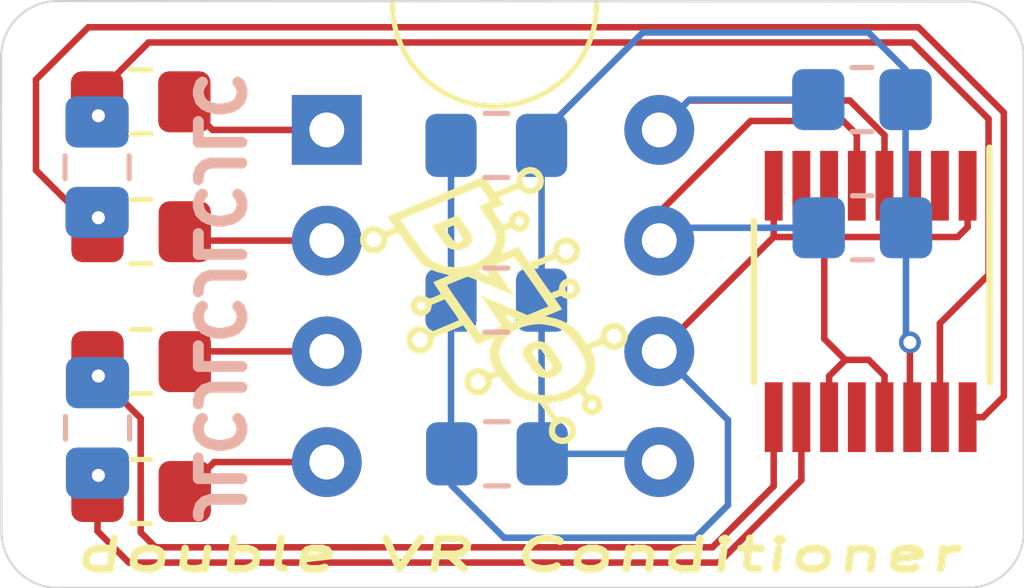
<source format=kicad_pcb>
(kicad_pcb (version 20171130) (host pcbnew "(5.1.10)-1")

  (general
    (thickness 1.6)
    (drawings 11)
    (tracks 97)
    (zones 0)
    (modules 14)
    (nets 16)
  )

  (page A4)
  (layers
    (0 F.Cu signal)
    (31 B.Cu signal)
    (32 B.Adhes user)
    (33 F.Adhes user)
    (34 B.Paste user)
    (35 F.Paste user)
    (36 B.SilkS user)
    (37 F.SilkS user)
    (38 B.Mask user)
    (39 F.Mask user)
    (40 Dwgs.User user)
    (41 Cmts.User user)
    (42 Eco1.User user)
    (43 Eco2.User user)
    (44 Edge.Cuts user)
    (45 Margin user)
    (46 B.CrtYd user)
    (47 F.CrtYd user)
    (48 B.Fab user hide)
    (49 F.Fab user hide)
  )

  (setup
    (last_trace_width 0.15)
    (user_trace_width 0.15)
    (trace_clearance 0.2)
    (zone_clearance 0.508)
    (zone_45_only no)
    (trace_min 0.15)
    (via_size 0.8)
    (via_drill 0.4)
    (via_min_size 0.3)
    (via_min_drill 0.3)
    (user_via 0.5 0.3)
    (uvia_size 0.3)
    (uvia_drill 0.1)
    (uvias_allowed no)
    (uvia_min_size 0.2)
    (uvia_min_drill 0.1)
    (edge_width 0.05)
    (segment_width 0.2)
    (pcb_text_width 0.3)
    (pcb_text_size 1.5 1.5)
    (mod_edge_width 0.12)
    (mod_text_size 1 1)
    (mod_text_width 0.15)
    (pad_size 1.524 1.524)
    (pad_drill 0.762)
    (pad_to_mask_clearance 0)
    (aux_axis_origin 0 0)
    (visible_elements 7FFFFFFF)
    (pcbplotparams
      (layerselection 0x010fc_ffffffff)
      (usegerberextensions true)
      (usegerberattributes false)
      (usegerberadvancedattributes false)
      (creategerberjobfile false)
      (excludeedgelayer true)
      (linewidth 0.100000)
      (plotframeref false)
      (viasonmask false)
      (mode 1)
      (useauxorigin false)
      (hpglpennumber 1)
      (hpglpenspeed 20)
      (hpglpendiameter 15.000000)
      (psnegative false)
      (psa4output false)
      (plotreference true)
      (plotvalue false)
      (plotinvisibletext false)
      (padsonsilk false)
      (subtractmaskfromsilk true)
      (outputformat 1)
      (mirror false)
      (drillshape 0)
      (scaleselection 1)
      (outputdirectory "gerber VR BZO/"))
  )

  (net 0 "")
  (net 1 GND)
  (net 2 MCU-D19)
  (net 3 MCU-D18)
  (net 4 VDDA)
  (net 5 "Net-(C4-Pad2)")
  (net 6 "Net-(C4-Pad1)")
  (net 7 "Net-(C5-Pad2)")
  (net 8 "Net-(C5-Pad1)")
  (net 9 VR2-)
  (net 10 VR2+)
  (net 11 VR1+)
  (net 12 VR1-)
  (net 13 "Net-(U1-Pad12)")
  (net 14 "Net-(U1-Pad7)")
  (net 15 "Net-(U1-Pad2)")

  (net_class Default "This is the default net class."
    (clearance 0.2)
    (trace_width 0.25)
    (via_dia 0.8)
    (via_drill 0.4)
    (uvia_dia 0.3)
    (uvia_drill 0.1)
    (add_net GND)
    (add_net MCU-D18)
    (add_net MCU-D19)
    (add_net "Net-(C4-Pad1)")
    (add_net "Net-(C4-Pad2)")
    (add_net "Net-(C5-Pad1)")
    (add_net "Net-(C5-Pad2)")
    (add_net "Net-(U1-Pad12)")
    (add_net "Net-(U1-Pad2)")
    (add_net "Net-(U1-Pad7)")
    (add_net VDDA)
    (add_net VR1+)
    (add_net VR1-)
    (add_net VR2+)
    (add_net VR2-)
  )

  (module "IMAGES:LOGO BZO petit" (layer F.Cu) (tedit 0) (tstamp 65AD80FF)
    (at 144.7 91.8 305)
    (path /640A31FE)
    (fp_text reference LOGO (at 5.29 0.07 305) (layer B.SilkS) hide
      (effects (font (size 1 1) (thickness 0.15)) (justify mirror))
    )
    (fp_text value LOGO (at 0 1.65 305) (layer F.Fab) hide
      (effects (font (size 1 1) (thickness 0.15)))
    )
    (fp_text user LOGO (at 0 0 305) (layer F.Fab) hide
      (effects (font (size 0.5 0.5) (thickness 0.08)))
    )
    (fp_poly (pts (xy -1.987514 -2.371413) (xy -1.901527 -2.32819) (xy -1.834877 -2.264145) (xy -1.807436 -2.225304)
      (xy -1.791612 -2.185995) (xy -1.783402 -2.133853) (xy -1.780782 -2.097018) (xy -1.786951 -1.994489)
      (xy -1.818653 -1.91038) (xy -1.876682 -1.843551) (xy -1.961829 -1.792861) (xy -2.002691 -1.777174)
      (xy -2.08622 -1.748897) (xy -2.13769 -1.521355) (xy -2.155922 -1.440211) (xy -2.171425 -1.370175)
      (xy -2.182937 -1.317037) (xy -2.189195 -1.286582) (xy -2.189955 -1.281907) (xy -2.175918 -1.275803)
      (xy -2.138456 -1.271509) (xy -2.089283 -1.27) (xy -1.987816 -1.27) (xy -2.017438 -1.139032)
      (xy -2.031019 -1.077861) (xy -2.041429 -1.028845) (xy -2.046983 -0.99999) (xy -2.047468 -0.996157)
      (xy -2.032697 -0.991862) (xy -1.991868 -0.988257) (xy -1.930669 -0.985647) (xy -1.854788 -0.984342)
      (xy -1.827428 -0.984251) (xy -1.606981 -0.984251) (xy -1.595881 -1.058265) (xy -1.591191 -1.107293)
      (xy -1.596799 -1.134431) (xy -1.60872 -1.145676) (xy -1.647384 -1.18255) (xy -1.678191 -1.240053)
      (xy -1.696092 -1.307191) (xy -1.698626 -1.341438) (xy -1.571625 -1.341438) (xy -1.562472 -1.316318)
      (xy -1.540284 -1.282085) (xy -1.538723 -1.280079) (xy -1.495929 -1.246642) (xy -1.446745 -1.239345)
      (xy -1.400756 -1.258869) (xy -1.389539 -1.269474) (xy -1.365026 -1.316) (xy -1.365337 -1.365436)
      (xy -1.386844 -1.408987) (xy -1.425919 -1.437859) (xy -1.461809 -1.444625) (xy -1.501631 -1.432125)
      (xy -1.540249 -1.401627) (xy -1.566482 -1.363639) (xy -1.571625 -1.341438) (xy -1.698626 -1.341438)
      (xy -1.685109 -1.423053) (xy -1.648295 -1.490716) (xy -1.593787 -1.541685) (xy -1.527192 -1.573214)
      (xy -1.454112 -1.582558) (xy -1.380153 -1.566975) (xy -1.316504 -1.528559) (xy -1.256725 -1.46056)
      (xy -1.226144 -1.384953) (xy -1.224737 -1.30655) (xy -1.252482 -1.230162) (xy -1.309357 -1.160602)
      (xy -1.318273 -1.152829) (xy -1.357101 -1.126099) (xy -1.391442 -1.111933) (xy -1.39766 -1.11125)
      (xy -1.428568 -1.099271) (xy -1.45174 -1.061419) (xy -1.468241 -0.998822) (xy -1.472827 -0.963956)
      (xy -1.465335 -0.942773) (xy -1.439197 -0.925482) (xy -1.410119 -0.912141) (xy -1.346331 -0.873502)
      (xy -1.277312 -0.814929) (xy -1.211721 -0.745037) (xy -1.158212 -0.672445) (xy -1.143028 -0.646283)
      (xy -1.11941 -0.604575) (xy -1.101162 -0.577428) (xy -1.09461 -0.5715) (xy -1.087175 -0.585726)
      (xy -1.076361 -0.622877) (xy -1.065412 -0.670719) (xy -1.050245 -0.742692) (xy -1.032576 -0.824193)
      (xy -1.020826 -0.877094) (xy -0.996681 -0.98425) (xy -0.768216 -0.98425) (xy -0.687154 -0.984619)
      (xy -0.618751 -0.985634) (xy -0.568608 -0.987156) (xy -0.542327 -0.989047) (xy -0.53975 -0.989892)
      (xy -0.536504 -1.006499) (xy -0.527528 -1.0488) (xy -0.513966 -1.111492) (xy -0.496963 -1.189272)
      (xy -0.484188 -1.247314) (xy -0.465405 -1.33365) (xy -0.449336 -1.409843) (xy -0.437148 -1.470171)
      (xy -0.430008 -1.508914) (xy -0.428625 -1.519752) (xy -0.439364 -1.541047) (xy -0.467239 -1.575343)
      (xy -0.498511 -1.607611) (xy -0.560011 -1.686324) (xy -0.593088 -1.773099) (xy -0.596039 -1.82537)
      (xy -0.460375 -1.82537) (xy -0.449618 -1.760413) (xy -0.414436 -1.71031) (xy -0.376019 -1.68196)
      (xy -0.310815 -1.65505) (xy -0.248049 -1.658166) (xy -0.194074 -1.682817) (xy -0.143015 -1.72947)
      (xy -0.116587 -1.786974) (xy -0.112908 -1.848707) (xy -0.130098 -1.90805) (xy -0.166275 -1.958382)
      (xy -0.219559 -1.993082) (xy -0.28575 -2.005542) (xy -0.356673 -1.991323) (xy -0.412664 -1.952033)
      (xy -0.448826 -1.892725) (xy -0.460375 -1.82537) (xy -0.596039 -1.82537) (xy -0.598147 -1.862691)
      (xy -0.57559 -1.949853) (xy -0.525821 -2.02934) (xy -0.461563 -2.087563) (xy -0.41986 -2.114016)
      (xy -0.381409 -2.128439) (xy -0.333373 -2.134307) (xy -0.285751 -2.135188) (xy -0.2229 -2.133319)
      (xy -0.178858 -2.125396) (xy -0.14079 -2.10794) (xy -0.109938 -2.087563) (xy -0.037842 -2.019151)
      (xy 0.006494 -1.935345) (xy 0.023106 -1.836071) (xy 0.023244 -1.825497) (xy 0.00936 -1.735426)
      (xy -0.029184 -1.654666) (xy -0.087598 -1.589051) (xy -0.161095 -1.544418) (xy -0.220376 -1.528589)
      (xy -0.260726 -1.52249) (xy -0.283717 -1.517683) (xy -0.28575 -1.516619) (xy -0.289036 -1.500871)
      (xy -0.298115 -1.459417) (xy -0.311823 -1.397528) (xy -0.328992 -1.320477) (xy -0.341313 -1.265399)
      (xy -0.360193 -1.180131) (xy -0.376323 -1.105396) (xy -0.388516 -1.046843) (xy -0.395585 -1.01012)
      (xy -0.396875 -1.000816) (xy -0.381044 -0.994542) (xy -0.333651 -0.989747) (xy -0.254854 -0.98644)
      (xy -0.144809 -0.984627) (xy -0.048237 -0.98425) (xy 0.300401 -0.98425) (xy 0.315296 -1.043782)
      (xy 0.331687 -1.11058) (xy 0.340209 -1.153492) (xy 0.340719 -1.179427) (xy 0.333072 -1.195294)
      (xy 0.317124 -1.208003) (xy 0.311801 -1.211511) (xy 0.263632 -1.260733) (xy 0.234166 -1.327755)
      (xy 0.225902 -1.397935) (xy 0.365368 -1.397935) (xy 0.378093 -1.34361) (xy 0.410401 -1.308205)
      (xy 0.454615 -1.294358) (xy 0.50306 -1.304706) (xy 0.543718 -1.336639) (xy 0.568555 -1.382619)
      (xy 0.562262 -1.428657) (xy 0.531013 -1.47068) (xy 0.485012 -1.498786) (xy 0.437722 -1.499968)
      (xy 0.397039 -1.477695) (xy 0.370862 -1.435434) (xy 0.365368 -1.397935) (xy 0.225902 -1.397935)
      (xy 0.225249 -1.403476) (xy 0.238725 -1.478792) (xy 0.251644 -1.508373) (xy 0.303195 -1.575567)
      (xy 0.369635 -1.618181) (xy 0.445039 -1.635607) (xy 0.523481 -1.627241) (xy 0.599036 -1.592475)
      (xy 0.649877 -1.549104) (xy 0.680706 -1.495959) (xy 0.695809 -1.426785) (xy 0.694407 -1.353565)
      (xy 0.675721 -1.288283) (xy 0.66777 -1.273824) (xy 0.630782 -1.229575) (xy 0.582766 -1.190777)
      (xy 0.534469 -1.165063) (xy 0.506015 -1.158935) (xy 0.483229 -1.144368) (xy 0.471064 -1.113103)
      (xy 0.460204 -1.062668) (xy 0.451483 -1.02579) (xy 0.441058 -0.98425) (xy 0.593591 -0.98425)
      (xy 0.6588 -0.98369) (xy 0.710097 -0.982182) (xy 0.740627 -0.979988) (xy 0.746125 -0.978446)
      (xy 0.742806 -0.960465) (xy 0.733955 -0.918889) (xy 0.721226 -0.861049) (xy 0.706273 -0.794276)
      (xy 0.690753 -0.725901) (xy 0.67632 -0.663255) (xy 0.664629 -0.613668) (xy 0.657335 -0.584472)
      (xy 0.656585 -0.58184) (xy 0.662666 -0.57893) (xy 0.686346 -0.595625) (xy 0.723281 -0.628581)
      (xy 0.74548 -0.650231) (xy 0.848891 -0.742242) (xy 0.964097 -0.825447) (xy 1.081561 -0.893609)
      (xy 1.186766 -0.938821) (xy 1.243376 -0.955565) (xy 1.304251 -0.967582) (xy 1.377477 -0.975978)
      (xy 1.471143 -0.981857) (xy 1.515734 -0.983735) (xy 1.737656 -0.992188) (xy 1.807232 -1.306264)
      (xy 1.730233 -1.381264) (xy 1.675973 -1.442243) (xy 1.64713 -1.496056) (xy 1.642245 -1.514836)
      (xy 1.63642 -1.603375) (xy 1.762125 -1.603375) (xy 1.776278 -1.538013) (xy 1.814147 -1.48503)
      (xy 1.868844 -1.448348) (xy 1.933483 -1.431888) (xy 2.001177 -1.439572) (xy 2.02938 -1.451209)
      (xy 2.080022 -1.494188) (xy 2.110345 -1.555926) (xy 2.116666 -1.603375) (xy 2.102981 -1.669342)
      (xy 2.066528 -1.723263) (xy 2.014211 -1.761332) (xy 1.952934 -1.77974) (xy 1.8896 -1.774682)
      (xy 1.844941 -1.753224) (xy 1.805333 -1.712393) (xy 1.774931 -1.658053) (xy 1.76215 -1.605431)
      (xy 1.762125 -1.603375) (xy 1.63642 -1.603375) (xy 1.635161 -1.622506) (xy 1.654512 -1.718002)
      (xy 1.697792 -1.798053) (xy 1.762496 -1.859392) (xy 1.846119 -1.898749) (xy 1.946154 -1.912855)
      (xy 1.947288 -1.912857) (xy 2.008835 -1.910272) (xy 2.053611 -1.899569) (xy 2.096358 -1.876513)
      (xy 2.112757 -1.865313) (xy 2.184971 -1.797662) (xy 2.231037 -1.718735) (xy 2.251868 -1.633718)
      (xy 2.248375 -1.547795) (xy 2.22147 -1.466152) (xy 2.172067 -1.393972) (xy 2.101076 -1.336442)
      (xy 2.013265 -1.299755) (xy 1.939543 -1.280038) (xy 1.879369 -0.99272) (xy 2.013196 -0.965626)
      (xy 2.109358 -0.94117) (xy 2.186499 -0.909078) (xy 2.232684 -0.881656) (xy 2.324929 -0.803709)
      (xy 2.407014 -0.701982) (xy 2.474107 -0.583996) (xy 2.521377 -0.45727) (xy 2.531394 -0.416719)
      (xy 2.539643 -0.38669) (xy 2.553611 -0.371387) (xy 2.582394 -0.365853) (xy 2.626025 -0.365126)
      (xy 2.676672 -0.367042) (xy 2.705407 -0.375239) (xy 2.721963 -0.39339) (xy 2.726866 -0.403177)
      (xy 2.750393 -0.436718) (xy 2.787962 -0.474) (xy 2.800785 -0.484385) (xy 2.872179 -0.520412)
      (xy 2.950382 -0.529688) (xy 3.027662 -0.513689) (xy 3.09629 -0.47389) (xy 3.144346 -0.418814)
      (xy 3.17007 -0.350581) (xy 3.174758 -0.272038) (xy 3.158687 -0.196413) (xy 3.138901 -0.157504)
      (xy 3.087889 -0.106124) (xy 3.019537 -0.069283) (xy 2.945747 -0.052103) (xy 2.898793 -0.054214)
      (xy 2.847527 -0.073375) (xy 2.794023 -0.107858) (xy 2.748916 -0.149397) (xy 2.72284 -0.189721)
      (xy 2.722252 -0.191478) (xy 2.709787 -0.210732) (xy 2.682688 -0.21997) (xy 2.635322 -0.22225)
      (xy 2.558159 -0.22225) (xy 2.547614 -0.130969) (xy 2.514495 0.057783) (xy 2.460902 0.237848)
      (xy 2.389536 0.400751) (xy 2.362855 0.448772) (xy 2.338159 0.491847) (xy 2.321775 0.522702)
      (xy 2.31775 0.532511) (xy 2.33262 0.535259) (xy 2.373212 0.537528) (xy 2.433502 0.539097)
      (xy 2.507462 0.539744) (xy 2.515196 0.53975) (xy 2.712643 0.53975) (xy 2.754824 0.462249)
      (xy 2.816206 0.377407) (xy 2.891245 0.320201) (xy 2.976821 0.291642) (xy 3.069811 0.292742)
      (xy 3.167097 0.324513) (xy 3.172113 0.326972) (xy 3.25051 0.382016) (xy 3.305908 0.454037)
      (xy 3.337136 0.537173) (xy 3.343022 0.62556) (xy 3.322393 0.713336) (xy 3.274078 0.79464)
      (xy 3.267225 0.802706) (xy 3.190047 0.869909) (xy 3.103602 0.907708) (xy 3.010556 0.915231)
      (xy 2.954378 0.905313) (xy 2.887656 0.875722) (xy 2.822975 0.827567) (xy 2.770572 0.769806)
      (xy 2.743719 0.720947) (xy 2.724121 0.66675) (xy 2.220248 0.66675) (xy 2.102197 0.773906)
      (xy 1.978247 0.877709) (xy 1.860457 0.956032) (xy 1.741266 1.012026) (xy 1.613111 1.048845)
      (xy 1.468431 1.069639) (xy 1.378903 1.075394) (xy 1.178245 1.08392) (xy 1.160697 1.171296)
      (xy 1.151716 1.222737) (xy 1.151563 1.252896) (xy 1.161127 1.271231) (xy 1.170856 1.279706)
      (xy 1.198257 1.296889) (xy 1.210818 1.301245) (xy 1.225376 1.313862) (xy 1.250002 1.345856)
      (xy 1.270349 1.376295) (xy 1.309043 1.464199) (xy 1.319973 1.556911) (xy 1.303677 1.64749)
      (xy 1.260694 1.728994) (xy 1.241208 1.75222) (xy 1.166554 1.812194) (xy 1.084037 1.845479)
      (xy 0.998617 1.853964) (xy 0.915252 1.839539) (xy 0.838902 1.804092) (xy 0.774526 1.749512)
      (xy 0.727084 1.677688) (xy 0.701535 1.590509) (xy 0.698655 1.547812) (xy 0.835025 1.547812)
      (xy 0.848949 1.613121) (xy 0.886014 1.665366) (xy 0.939159 1.701277) (xy 1.001326 1.717584)
      (xy 1.065452 1.711019) (xy 1.121772 1.680604) (xy 1.165653 1.625504) (xy 1.183702 1.559943)
      (xy 1.175552 1.492425) (xy 1.140838 1.431453) (xy 1.132897 1.422977) (xy 1.075005 1.384276)
      (xy 1.011544 1.372064) (xy 0.949197 1.38354) (xy 0.894648 1.415903) (xy 0.854581 1.466352)
      (xy 0.835679 1.532085) (xy 0.835025 1.547812) (xy 0.698655 1.547812) (xy 0.6985 1.545519)
      (xy 0.712766 1.452308) (xy 0.752539 1.369217) (xy 0.81328 1.301807) (xy 0.890449 1.25564)
      (xy 0.9483 1.239487) (xy 0.983917 1.231001) (xy 1.004488 1.214298) (xy 1.018441 1.180104)
      (xy 1.02525 1.154801) (xy 1.04446 1.0795) (xy 0.994511 1.079265) (xy 0.915307 1.070899)
      (xy 0.8244 1.049255) (xy 0.736117 1.018544) (xy 0.664785 0.982978) (xy 0.662902 0.98178)
      (xy 0.571354 0.909085) (xy 0.48933 0.817981) (xy 0.427487 0.720369) (xy 0.425805 0.716952)
      (xy 0.405182 0.680221) (xy 0.390003 0.663506) (xy 0.384871 0.66675) (xy 0.379603 0.690849)
      (xy 0.368844 0.738974) (xy 0.35415 0.804192) (xy 0.337079 0.87957) (xy 0.33674 0.881062)
      (xy 0.293488 1.071562) (xy 0.020793 1.075901) (xy -0.251903 1.08024) (xy -0.270514 1.171151)
      (xy -0.280363 1.217796) (xy -0.295533 1.287853) (xy -0.314369 1.373761) (xy -0.335217 1.467958)
      (xy -0.348578 1.527884) (xy -0.408032 1.793705) (xy -0.356333 1.833138) (xy -0.288035 1.903836)
      (xy -0.245566 1.988678) (xy -0.230279 2.081584) (xy -0.243527 2.176476) (xy -0.267054 2.234388)
      (xy -0.322182 2.307964) (xy -0.396007 2.360572) (xy -0.481698 2.390122) (xy -0.572427 2.394528)
      (xy -0.661364 2.371701) (xy -0.682625 2.361437) (xy -0.736418 2.323792) (xy -0.786893 2.27447)
      (xy -0.801688 2.255632) (xy -0.829819 2.210275) (xy -0.844181 2.167818) (xy -0.849009 2.11352)
      (xy -0.849076 2.106466) (xy -0.711532 2.106466) (xy -0.692848 2.167824) (xy -0.657677 2.216432)
      (xy -0.632386 2.233806) (xy -0.573472 2.257616) (xy -0.525201 2.261759) (xy -0.473432 2.246419)
      (xy -0.451157 2.236133) (xy -0.411616 2.202608) (xy -0.380325 2.151347) (xy -0.36544 2.096364)
      (xy -0.365125 2.088293) (xy -0.379053 2.022887) (xy -0.416055 1.965574) (xy -0.468964 1.923877)
      (xy -0.530611 1.905322) (xy -0.53975 1.905) (xy -0.591942 1.916802) (xy -0.646529 1.9466)
      (xy -0.688283 1.985979) (xy -0.689599 1.987816) (xy -0.71127 2.042937) (xy -0.711532 2.106466)
      (xy -0.849076 2.106466) (xy -0.849232 2.090163) (xy -0.843176 2.010144) (xy -0.823803 1.950061)
      (xy -0.817482 1.938433) (xy -0.76472 1.871043) (xy -0.697814 1.818147) (xy -0.626361 1.786789)
      (xy -0.605125 1.782588) (xy -0.564766 1.776179) (xy -0.541778 1.770601) (xy -0.53975 1.769186)
      (xy -0.536517 1.753011) (xy -0.52748 1.71043) (xy -0.51363 1.646048) (xy -0.495961 1.564473)
      (xy -0.475464 1.470311) (xy -0.468313 1.437555) (xy -0.447035 1.33945) (xy -0.428281 1.251629)
      (xy -0.413055 1.178902) (xy -0.402359 1.126078) (xy -0.397196 1.097965) (xy -0.396875 1.095029)
      (xy -0.412288 1.089348) (xy -0.456704 1.084822) (xy -0.527395 1.081596) (xy -0.621633 1.079815)
      (xy -0.690563 1.0795) (xy -0.783176 1.079883) (xy -0.863793 1.080951) (xy -0.927472 1.082576)
      (xy -0.969271 1.084634) (xy -0.98425 1.08699) (xy -0.98745 1.10472) (xy -0.996062 1.146392)
      (xy -1.00861 1.204955) (xy -1.017812 1.247084) (xy -1.051373 1.399688) (xy -0.999316 1.453397)
      (xy -0.965522 1.494813) (xy -0.947803 1.538508) (xy -0.940192 1.592331) (xy -0.943788 1.679836)
      (xy -0.972034 1.749613) (xy -1.026778 1.806026) (xy -1.032379 1.810108) (xy -1.105302 1.845336)
      (xy -1.179864 1.853037) (xy -1.251123 1.836744) (xy -1.314138 1.799991) (xy -1.363967 1.746311)
      (xy -1.395671 1.679237) (xy -1.400355 1.637499) (xy -1.265396 1.637499) (xy -1.245288 1.679217)
      (xy -1.208214 1.70755) (xy -1.160009 1.713353) (xy -1.112185 1.696356) (xy -1.095375 1.68275)
      (xy -1.06754 1.638044) (xy -1.071375 1.591371) (xy -1.103577 1.546105) (xy -1.140667 1.518301)
      (xy -1.174993 1.51585) (xy -1.178984 1.516954) (xy -1.235053 1.545814) (xy -1.264469 1.587493)
      (xy -1.265396 1.637499) (xy -1.400355 1.637499) (xy -1.404306 1.602303) (xy -1.395668 1.550322)
      (xy -1.363438 1.484424) (xy -1.310552 1.427814) (xy -1.247151 1.390881) (xy -1.236738 1.3875)
      (xy -1.210543 1.378247) (xy -1.192861 1.364004) (xy -1.179676 1.337695) (xy -1.166971 1.292243)
      (xy -1.156351 1.245865) (xy -1.143108 1.184396) (xy -1.133059 1.133859) (xy -1.127935 1.103083)
      (xy -1.127621 1.099343) (xy -1.136902 1.089615) (xy -1.167761 1.08338) (xy -1.223852 1.080182)
      (xy -1.285875 1.0795) (xy -1.365398 1.077864) (xy -1.418605 1.07312) (xy -1.443181 1.065514)
      (xy -1.444625 1.062679) (xy -1.441296 1.041207) (xy -1.432264 0.995749) (xy -1.41896 0.933255)
      (xy -1.404938 0.870046) (xy -1.40268 0.859858) (xy -1.222375 0.859858) (xy -1.207038 0.862639)
      (xy -1.163176 0.865221) (xy -1.094014 0.867544) (xy -1.002777 0.869545) (xy -0.89269 0.871162)
      (xy -0.766978 0.872333) (xy -0.628865 0.872995) (xy -0.532883 0.873125) (xy -0.366515 0.873056)
      (xy -0.229102 0.872776) (xy -0.117848 0.872173) (xy -0.029958 0.871136) (xy 0.037364 0.869554)
      (xy 0.086911 0.867315) (xy 0.121481 0.864309) (xy 0.143867 0.860424) (xy 0.156866 0.855548)
      (xy 0.163272 0.849571) (xy 0.165135 0.845343) (xy 0.170708 0.823032) (xy 0.181227 0.777554)
      (xy 0.195221 0.715579) (xy 0.211221 0.643778) (xy 0.227755 0.56882) (xy 0.243353 0.497377)
      (xy 0.256545 0.436117) (xy 0.26586 0.391711) (xy 0.269827 0.370829) (xy 0.269875 0.370233)
      (xy 0.254693 0.368852) (xy 0.211921 0.367313) (xy 0.145715 0.365705) (xy 0.060235 0.364116)
      (xy -0.040361 0.362634) (xy -0.144839 0.361419) (xy -0.559553 0.357187) (xy -0.314769 0.202197)
      (xy 0.52578 0.202197) (xy 0.527143 0.294068) (xy 0.532616 0.378889) (xy 0.541645 0.442762)
      (xy 0.556342 0.496459) (xy 0.576423 0.545564) (xy 0.633807 0.651258) (xy 0.698695 0.730875)
      (xy 0.775805 0.789962) (xy 0.792146 0.799282) (xy 0.840375 0.823457) (xy 0.887843 0.84158)
      (xy 0.939971 0.854364) (xy 1.002182 0.862523) (xy 1.079898 0.866773) (xy 1.178539 0.867828)
      (xy 1.30175 0.866432) (xy 1.410867 0.864095) (xy 1.494143 0.860965) (xy 1.557485 0.856447)
      (xy 1.606801 0.849946) (xy 1.647999 0.840869) (xy 1.686987 0.828622) (xy 1.690687 0.827309)
      (xy 1.830779 0.760978) (xy 1.96238 0.666552) (xy 2.025872 0.60325) (xy 2.8575 0.60325)
      (xy 2.862078 0.650674) (xy 2.880247 0.688413) (xy 2.913491 0.725916) (xy 2.950084 0.759495)
      (xy 2.980176 0.774443) (xy 3.01818 0.776018) (xy 3.043945 0.773514) (xy 3.102453 0.76063)
      (xy 3.145707 0.732967) (xy 3.162578 0.715685) (xy 3.200863 0.652843) (xy 3.208236 0.587251)
      (xy 3.184857 0.522691) (xy 3.152775 0.4826) (xy 3.111327 0.447189) (xy 3.071917 0.431531)
      (xy 3.032125 0.428625) (xy 2.983495 0.433512) (xy 2.944925 0.452739) (xy 2.911475 0.4826)
      (xy 2.876064 0.524047) (xy 2.860406 0.563457) (xy 2.8575 0.60325) (xy 2.025872 0.60325)
      (xy 2.082002 0.547289) (xy 2.186157 0.406449) (xy 2.238436 0.315526) (xy 2.303928 0.16512)
      (xy 2.345037 0.015395) (xy 2.362359 -0.130501) (xy 2.35649 -0.269421) (xy 2.350173 -0.298007)
      (xy 2.841625 -0.298007) (xy 2.854295 -0.243852) (xy 2.886999 -0.206795) (xy 2.931776 -0.19029)
      (xy 2.980663 -0.197792) (xy 3.01625 -0.22225) (xy 3.043828 -0.265184) (xy 3.041188 -0.311026)
      (xy 3.015097 -0.355047) (xy 2.973644 -0.38727) (xy 2.926978 -0.394348) (xy 2.8837 -0.379109)
      (xy 2.852417 -0.344384) (xy 2.841625 -0.298007) (xy 2.350173 -0.298007) (xy 2.328025 -0.39822)
      (xy 2.277561 -0.513751) (xy 2.205693 -0.612866) (xy 2.113016 -0.692418) (xy 2.039937 -0.733045)
      (xy 2.00805 -0.746276) (xy 1.975261 -0.756071) (xy 1.935847 -0.763092) (xy 1.884087 -0.768)
      (xy 1.814259 -0.771459) (xy 1.720639 -0.774128) (xy 1.67634 -0.775101) (xy 1.517052 -0.775903)
      (xy 1.383911 -0.769903) (xy 1.27173 -0.75542) (xy 1.17532 -0.730771) (xy 1.089494 -0.694272)
      (xy 1.009064 -0.644243) (xy 0.928843 -0.579) (xy 0.855506 -0.508877) (xy 0.788165 -0.438516)
      (xy 0.737804 -0.378296) (xy 0.696991 -0.318058) (xy 0.658293 -0.247641) (xy 0.645179 -0.221372)
      (xy 0.591274 -0.102987) (xy 0.554916 0.000476) (xy 0.533839 0.098908) (xy 0.52578 0.202197)
      (xy -0.314769 0.202197) (xy -0.236123 0.152401) (xy 0.111125 0.152401) (xy 0.125686 0.155475)
      (xy 0.164122 0.15773) (xy 0.218558 0.158734) (xy 0.226773 0.15875) (xy 0.342421 0.15875)
      (xy 0.358416 0.071437) (xy 0.366443 0.023984) (xy 0.370533 -0.007727) (xy 0.370293 -0.015875)
      (xy 0.354851 -0.007903) (xy 0.320551 0.012948) (xy 0.274472 0.042084) (xy 0.223691 0.074907)
      (xy 0.175288 0.106822) (xy 0.136343 0.133232) (xy 0.113932 0.149541) (xy 0.111125 0.152401)
      (xy -0.236123 0.152401) (xy -0.075903 0.050955) (xy 0.407748 -0.255276) (xy 0.458944 -0.488795)
      (xy 0.477465 -0.572734) (xy 0.494106 -0.647148) (xy 0.507455 -0.7058) (xy 0.516102 -0.742457)
      (xy 0.518077 -0.750094) (xy 0.518472 -0.756757) (xy 0.513688 -0.762264) (xy 0.501009 -0.766724)
      (xy 0.477718 -0.770246) (xy 0.441098 -0.772941) (xy 0.388434 -0.774918) (xy 0.31701 -0.776287)
      (xy 0.224108 -0.777158) (xy 0.107012 -0.777639) (xy -0.036993 -0.777841) (xy -0.170077 -0.777875)
      (xy -0.866167 -0.777875) (xy -0.917566 -0.535782) (xy -0.9352 -0.45193) (xy -0.950186 -0.379146)
      (xy -0.961397 -0.323034) (xy -0.967703 -0.289198) (xy -0.96867 -0.28205) (xy -0.953413 -0.27875)
      (xy -0.910604 -0.275485) (xy -0.844445 -0.272419) (xy -0.759133 -0.269714) (xy -0.658868 -0.267535)
      (xy -0.560919 -0.266175) (xy -0.153463 -0.261938) (xy -0.625083 0.038308) (xy -0.735049 0.108565)
      (xy -0.836444 0.173827) (xy -0.92616 0.232055) (xy -1.001087 0.281211) (xy -1.058114 0.319256)
      (xy -1.094132 0.344152) (xy -1.105965 0.353541) (xy -1.112046 0.372758) (xy -1.123352 0.416434)
      (xy -1.138373 0.478003) (xy -1.155599 0.550897) (xy -1.17352 0.628548) (xy -1.190627 0.704389)
      (xy -1.205408 0.771852) (xy -1.216355 0.82437) (xy -1.221957 0.855375) (xy -1.222375 0.859858)
      (xy -1.40268 0.859858) (xy -1.389085 0.798535) (xy -1.376242 0.738166) (xy -1.367839 0.695816)
      (xy -1.36525 0.678923) (xy -1.375912 0.682463) (xy -1.404696 0.704135) (xy -1.446798 0.740105)
      (xy -1.482267 0.772338) (xy -1.604854 0.875722) (xy -1.727053 0.955721) (xy -1.85911 1.018863)
      (xy -1.885291 1.029161) (xy -1.918652 1.04147) (xy -1.949563 1.0511) (xy -1.982525 1.058449)
      (xy -2.022039 1.063915) (xy -2.072604 1.067897) (xy -2.138722 1.070793) (xy -2.224891 1.073001)
      (xy -2.335613 1.07492) (xy -2.415547 1.076097) (xy -2.838781 1.082159) (xy -2.864016 1.193901)
      (xy -2.879105 1.262946) (xy -2.885952 1.309033) (xy -2.883288 1.340178) (xy -2.869843 1.364397)
      (xy -2.844351 1.389706) (xy -2.831196 1.401317) (xy -2.771922 1.469579) (xy -2.731417 1.549696)
      (xy -2.715073 1.630784) (xy -2.714974 1.635976) (xy -2.725044 1.696053) (xy -2.751727 1.764694)
      (xy -2.788779 1.829298) (xy -2.829954 1.877263) (xy -2.83755 1.883324) (xy -2.926617 1.932488)
      (xy -3.017369 1.950046) (xy -3.111186 1.936112) (xy -3.172114 1.911402) (xy -3.251176 1.855519)
      (xy -3.307601 1.780946) (xy -3.338763 1.693486) (xy -3.340504 1.64323) (xy -3.207933 1.64323)
      (xy -3.189164 1.706842) (xy -3.152775 1.755775) (xy -3.111328 1.791185) (xy -3.071918 1.806843)
      (xy -3.032125 1.80975) (xy -2.983496 1.804862) (xy -2.944926 1.785635) (xy -2.911475 1.755775)
      (xy -2.876065 1.714327) (xy -2.860407 1.674917) (xy -2.8575 1.635125) (xy -2.862079 1.5877)
      (xy -2.880248 1.549961) (xy -2.913492 1.512458) (xy -2.950085 1.478879) (xy -2.980177 1.463931)
      (xy -3.018181 1.462356) (xy -3.043946 1.46486) (xy -3.116264 1.485909) (xy -3.169214 1.526698)
      (xy -3.200527 1.58116) (xy -3.207933 1.64323) (xy -3.340504 1.64323) (xy -3.34204 1.598943)
      (xy -3.333436 1.554581) (xy -3.298638 1.479286) (xy -3.24101 1.410908) (xy -3.169426 1.358132)
      (xy -3.106772 1.332652) (xy -3.06947 1.321484) (xy -3.043603 1.306145) (xy -3.0255 1.280456)
      (xy -3.011487 1.238242) (xy -2.99789 1.173322) (xy -2.991641 1.139031) (xy -2.980967 1.0795)
      (xy -3.133849 1.0795) (xy -3.204202 1.07921) (xy -3.248374 1.077423) (xy -3.27193 1.072761)
      (xy -3.280439 1.063847) (xy -3.279468 1.049302) (xy -3.278195 1.043781) (xy -3.273452 1.022708)
      (xy -3.262463 0.973172) (xy -3.245787 0.897722) (xy -3.235956 0.853155) (xy -3.058241 0.853155)
      (xy -3.052918 0.859348) (xy -3.038351 0.864108) (xy -3.011323 0.867617) (xy -2.968621 0.87006)
      (xy -2.907028 0.871621) (xy -2.823331 0.872483) (xy -2.714313 0.872831) (xy -2.576789 0.872849)
      (xy -2.419113 0.872299) (xy -2.2899 0.870759) (xy -2.185874 0.868103) (xy -2.103761 0.864204)
      (xy -2.040284 0.858935) (xy -1.99217 0.852171) (xy -1.980092 0.8498) (xy -1.839852 0.805314)
      (xy -1.708043 0.732445) (xy -1.58203 0.629684) (xy -1.563133 0.611269) (xy -1.455844 0.490707)
      (xy -1.369667 0.361335) (xy -1.298323 0.213335) (xy -1.281516 0.170823) (xy -1.259809 0.111173)
      (xy -1.258229 0.105736) (xy -1.076053 0.105736) (xy -1.061358 0.101935) (xy -1.038781 0.087774)
      (xy -0.997002 0.06127) (xy -0.94355 0.027205) (xy -0.92075 0.012637) (xy -0.801688 -0.063496)
      (xy -0.922953 -0.063498) (xy -1.044217 -0.0635) (xy -1.054768 -0.003969) (xy -1.064135 0.043722)
      (xy -1.073147 0.081943) (xy -1.07411 0.085331) (xy -1.076053 0.105736) (xy -1.258229 0.105736)
      (xy -1.245486 0.061897) (xy -1.237033 0.01323) (xy -1.232936 -0.04459) (xy -1.23168 -0.121326)
      (xy -1.231631 -0.150813) (xy -1.23559 -0.271987) (xy -1.249105 -0.369735) (xy -1.274645 -0.451581)
      (xy -1.314678 -0.525048) (xy -1.371669 -0.597658) (xy -1.381927 -0.609043) (xy -1.428928 -0.657712)
      (xy -1.473452 -0.695498) (xy -1.520478 -0.723858) (xy -1.574983 -0.74425) (xy -1.641946 -0.758129)
      (xy -1.726344 -0.766954) (xy -1.833155 -0.772183) (xy -1.948657 -0.774948) (xy -2.045743 -0.777177)
      (xy -2.131011 -0.780078) (xy -2.199747 -0.783412) (xy -2.247241 -0.78694) (xy -2.26878 -0.790424)
      (xy -2.269568 -0.791193) (xy -2.266102 -0.810999) (xy -2.257577 -0.852626) (xy -2.246313 -0.904875)
      (xy -2.231939 -0.968798) (xy -2.224639 -1.012859) (xy -2.228608 -1.040728) (xy -2.248039 -1.056072)
      (xy -2.287127 -1.06256) (xy -2.350064 -1.06386) (xy -2.427806 -1.063625) (xy -2.512796 -1.063193)
      (xy -2.571227 -1.061446) (xy -2.608281 -1.05771) (xy -2.629142 -1.05131) (xy -2.638994 -1.041571)
      (xy -2.641238 -1.035844) (xy -2.646032 -1.015645) (xy -2.656978 -0.967244) (xy -2.673453 -0.893459)
      (xy -2.694835 -0.797108) (xy -2.7205 -0.681008) (xy -2.749826 -0.547977) (xy -2.78219 -0.400833)
      (xy -2.816968 -0.242391) (xy -2.849209 -0.09525) (xy -2.885608 0.070829) (xy -2.920155 0.228101)
      (xy -2.952224 0.373749) (xy -2.981192 0.504954) (xy -3.006435 0.6189) (xy -3.027328 0.712768)
      (xy -3.043248 0.783741) (xy -3.05357 0.829002) (xy -3.057533 0.845343) (xy -3.058241 0.853155)
      (xy -3.235956 0.853155) (xy -3.223988 0.798906) (xy -3.197626 0.679273) (xy -3.167262 0.541371)
      (xy -3.133458 0.387748) (xy -3.096775 0.220954) (xy -3.057775 0.043536) (xy -3.023792 -0.111125)
      (xy -2.983362 -0.294978) (xy -2.944804 -0.469961) (xy -2.908675 -0.633573) (xy -2.87553 -0.783312)
      (xy -2.845926 -0.916676) (xy -2.820418 -1.031164) (xy -2.799563 -1.124272) (xy -2.783918 -1.1935)
      (xy -2.774037 -1.236346) (xy -2.770586 -1.250157) (xy -2.757522 -1.258854) (xy -2.723633 -1.26485)
      (xy -2.665622 -1.268441) (xy -2.580187 -1.269923) (xy -2.549048 -1.27) (xy -2.334849 -1.27)
      (xy -2.319548 -1.329532) (xy -2.310199 -1.368223) (xy -2.296065 -1.429514) (xy -2.279068 -1.50497)
      (xy -2.261194 -1.585853) (xy -2.218141 -1.782644) (xy -2.282634 -1.836216) (xy -2.346298 -1.906845)
      (xy -2.383505 -1.986678) (xy -2.396032 -2.070727) (xy -2.392904 -2.095845) (xy -2.256455 -2.095845)
      (xy -2.252234 -2.02413) (xy -2.25145 -2.021093) (xy -2.221492 -1.963446) (xy -2.171925 -1.924067)
      (xy -2.110446 -1.90502) (xy -2.044752 -1.908371) (xy -1.982539 -1.936185) (xy -1.970258 -1.945645)
      (xy -1.92702 -2.000288) (xy -1.909493 -2.063982) (xy -1.916685 -2.128814) (xy -1.947605 -2.18687)
      (xy -2.00126 -2.230235) (xy -2.006248 -2.23271) (xy -2.074628 -2.250291) (xy -2.13919 -2.240777)
      (xy -2.194582 -2.208787) (xy -2.235454 -2.158936) (xy -2.256455 -2.095845) (xy -2.392904 -2.095845)
      (xy -2.38566 -2.154001) (xy -2.354165 -2.231512) (xy -2.303327 -2.298271) (xy -2.234925 -2.349288)
      (xy -2.150737 -2.379575) (xy -2.086706 -2.385786) (xy -1.987514 -2.371413)) (layer F.SilkS) (width 0.01))
    (fp_poly (pts (xy -1.902537 -0.26562) (xy -1.836638 -0.260124) (xy -1.788409 -0.249709) (xy -1.753173 -0.233268)
      (xy -1.726249 -0.209698) (xy -1.702958 -0.177892) (xy -1.697983 -0.169886) (xy -1.676761 -0.112932)
      (xy -1.667334 -0.039097) (xy -1.670093 0.038869) (xy -1.685431 0.108216) (xy -1.689145 0.117819)
      (xy -1.726528 0.181948) (xy -1.781752 0.247312) (xy -1.844549 0.303158) (xy -1.897063 0.335507)
      (xy -1.925171 0.34628) (xy -1.958594 0.354088) (xy -2.00271 0.359386) (xy -2.062901 0.362632)
      (xy -2.144544 0.36428) (xy -2.242344 0.364776) (xy -2.332882 0.364253) (xy -2.411253 0.362588)
      (xy -2.472432 0.359986) (xy -2.511395 0.356656) (xy -2.523314 0.353218) (xy -2.519725 0.334712)
      (xy -2.510204 0.290188) (xy -2.495837 0.224591) (xy -2.477707 0.142869) (xy -2.477705 0.14286)
      (xy -2.296962 0.14286) (xy -2.287958 0.150792) (xy -2.264158 0.155551) (xy -2.220535 0.157927)
      (xy -2.152064 0.158707) (xy -2.119162 0.15875) (xy -2.03997 0.158486) (xy -1.985785 0.156795)
      (xy -1.949863 0.152322) (xy -1.925461 0.143714) (xy -1.905835 0.129619) (xy -1.887904 0.112346)
      (xy -1.850675 0.060308) (xy -1.844196 0.010431) (xy -1.867773 -0.034469) (xy -1.883657 -0.047379)
      (xy -1.907531 -0.05586) (xy -1.945582 -0.060789) (xy -2.003998 -0.06304) (xy -2.073079 -0.0635)
      (xy -2.151746 -0.063533) (xy -2.204567 -0.061504) (xy -2.237424 -0.054224) (xy -2.256201 -0.038503)
      (xy -2.26678 -0.011154) (xy -2.275045 0.031015) (xy -2.278063 0.047625) (xy -2.287332 0.093602)
      (xy -2.295778 0.129469) (xy -2.296193 0.130968) (xy -2.296962 0.14286) (xy -2.477705 0.14286)
      (xy -2.4569 0.049968) (xy -2.454586 0.039687) (xy -2.386669 -0.261938) (xy -2.106068 -0.266273)
      (xy -1.990788 -0.267301) (xy -1.902537 -0.26562)) (layer F.SilkS) (width 0.01))
    (fp_poly (pts (xy 1.60796 -0.269436) (xy 1.680525 -0.26797) (xy 1.732383 -0.264852) (xy 1.769052 -0.259519)
      (xy 1.796052 -0.251404) (xy 1.818902 -0.239943) (xy 1.822611 -0.237719) (xy 1.875472 -0.188216)
      (xy 1.907771 -0.12084) (xy 1.919942 -0.041534) (xy 1.912419 0.043761) (xy 1.885637 0.1291)
      (xy 1.840031 0.208542) (xy 1.785638 0.268007) (xy 1.744083 0.30224) (xy 1.704836 0.327389)
      (xy 1.661978 0.344833) (xy 1.60959 0.355948) (xy 1.54175 0.362112) (xy 1.452538 0.3647)
      (xy 1.368107 0.365125) (xy 1.27236 0.364847) (xy 1.202691 0.363565) (xy 1.153427 0.360606)
      (xy 1.118896 0.355298) (xy 1.093429 0.346967) (xy 1.071352 0.334942) (xy 1.062003 0.328813)
      (xy 1.005303 0.276643) (xy 0.972774 0.210309) (xy 0.961991 0.12453) (xy 0.962071 0.1111)
      (xy 0.965287 0.091166) (xy 1.145753 0.091166) (xy 1.159433 0.128043) (xy 1.16808 0.139909)
      (xy 1.182588 0.148265) (xy 1.207998 0.153719) (xy 1.249352 0.156878) (xy 1.311694 0.158351)
      (xy 1.400065 0.158746) (xy 1.414155 0.15875) (xy 1.506078 0.158535) (xy 1.571779 0.157381)
      (xy 1.616787 0.154522) (xy 1.646629 0.149192) (xy 1.666834 0.140625) (xy 1.682929 0.128055)
      (xy 1.690763 0.120429) (xy 1.729471 0.067788) (xy 1.741602 0.016725) (xy 1.726057 -0.027357)
      (xy 1.721858 -0.03239) (xy 1.708213 -0.044557) (xy 1.689406 -0.053085) (xy 1.660081 -0.058607)
      (xy 1.614879 -0.061761) (xy 1.548444 -0.06318) (xy 1.45945 -0.0635) (xy 1.225197 -0.0635)
      (xy 1.184098 -0.014657) (xy 1.150229 0.039877) (xy 1.145753 0.091166) (xy 0.965287 0.091166)
      (xy 0.978607 0.008625) (xy 1.021312 -0.087254) (xy 1.085634 -0.169272) (xy 1.167019 -0.230164)
      (xy 1.180132 -0.236889) (xy 1.209081 -0.24938) (xy 1.24002 -0.258287) (xy 1.278814 -0.264198)
      (xy 1.331331 -0.267698) (xy 1.403437 -0.269375) (xy 1.500997 -0.269816) (xy 1.509168 -0.269816)
      (xy 1.60796 -0.269436)) (layer F.SilkS) (width 0.01))
  )

  (module Resistor_SMD:R_0805_2012Metric_Pad1.20x1.40mm_HandSolder (layer F.Cu) (tedit 5F68FEEE) (tstamp 65AD6E37)
    (at 136.28 87.09)
    (descr "Resistor SMD 0805 (2012 Metric), square (rectangular) end terminal, IPC_7351 nominal with elongated pad for handsoldering. (Body size source: IPC-SM-782 page 72, https://www.pcb-3d.com/wordpress/wp-content/uploads/ipc-sm-782a_amendment_1_and_2.pdf), generated with kicad-footprint-generator")
    (tags "resistor handsolder")
    (path /640A317A)
    (attr smd)
    (fp_text reference R6 (at -4.62 0.05) (layer F.SilkS) hide
      (effects (font (size 1 1) (thickness 0.15)))
    )
    (fp_text value 10k (at 0 1.65) (layer F.Fab)
      (effects (font (size 1 1) (thickness 0.15)))
    )
    (fp_text user %R (at 0 0) (layer F.Fab)
      (effects (font (size 0.5 0.5) (thickness 0.08)))
    )
    (fp_line (start -1 0.625) (end -1 -0.625) (layer F.Fab) (width 0.1))
    (fp_line (start -1 -0.625) (end 1 -0.625) (layer F.Fab) (width 0.1))
    (fp_line (start 1 -0.625) (end 1 0.625) (layer F.Fab) (width 0.1))
    (fp_line (start 1 0.625) (end -1 0.625) (layer F.Fab) (width 0.1))
    (fp_line (start -0.227064 -0.735) (end 0.227064 -0.735) (layer F.SilkS) (width 0.12))
    (fp_line (start -0.227064 0.735) (end 0.227064 0.735) (layer F.SilkS) (width 0.12))
    (fp_line (start -1.85 0.95) (end -1.85 -0.95) (layer F.CrtYd) (width 0.05))
    (fp_line (start -1.85 -0.95) (end 1.85 -0.95) (layer F.CrtYd) (width 0.05))
    (fp_line (start 1.85 -0.95) (end 1.85 0.95) (layer F.CrtYd) (width 0.05))
    (fp_line (start 1.85 0.95) (end -1.85 0.95) (layer F.CrtYd) (width 0.05))
    (pad 2 smd roundrect (at 1 0) (size 1.2 1.4) (layers F.Cu F.Paste F.Mask) (roundrect_rratio 0.2083325)
      (net 12 VR1-))
    (pad 1 smd roundrect (at -1 0) (size 1.2 1.4) (layers F.Cu F.Paste F.Mask) (roundrect_rratio 0.2083325)
      (net 7 "Net-(C5-Pad2)"))
    (model ${KISYS3DMOD}/Resistor_SMD.3dshapes/R_0805_2012Metric.wrl
      (at (xyz 0 0 0))
      (scale (xyz 1 1 1))
      (rotate (xyz 0 0 0))
    )
  )

  (module Resistor_SMD:R_0805_2012Metric_Pad1.20x1.40mm_HandSolder (layer F.Cu) (tedit 5F68FEEE) (tstamp 65AD6E26)
    (at 136.29 90.07)
    (descr "Resistor SMD 0805 (2012 Metric), square (rectangular) end terminal, IPC_7351 nominal with elongated pad for handsoldering. (Body size source: IPC-SM-782 page 72, https://www.pcb-3d.com/wordpress/wp-content/uploads/ipc-sm-782a_amendment_1_and_2.pdf), generated with kicad-footprint-generator")
    (tags "resistor handsolder")
    (path /640A3170)
    (attr smd)
    (fp_text reference R5 (at -4.74 0.27) (layer F.SilkS) hide
      (effects (font (size 1 1) (thickness 0.15)))
    )
    (fp_text value 10k (at 0 1.65) (layer F.Fab)
      (effects (font (size 1 1) (thickness 0.15)))
    )
    (fp_text user %R (at 0 0) (layer F.Fab)
      (effects (font (size 0.5 0.5) (thickness 0.08)))
    )
    (fp_line (start -1 0.625) (end -1 -0.625) (layer F.Fab) (width 0.1))
    (fp_line (start -1 -0.625) (end 1 -0.625) (layer F.Fab) (width 0.1))
    (fp_line (start 1 -0.625) (end 1 0.625) (layer F.Fab) (width 0.1))
    (fp_line (start 1 0.625) (end -1 0.625) (layer F.Fab) (width 0.1))
    (fp_line (start -0.227064 -0.735) (end 0.227064 -0.735) (layer F.SilkS) (width 0.12))
    (fp_line (start -0.227064 0.735) (end 0.227064 0.735) (layer F.SilkS) (width 0.12))
    (fp_line (start -1.85 0.95) (end -1.85 -0.95) (layer F.CrtYd) (width 0.05))
    (fp_line (start -1.85 -0.95) (end 1.85 -0.95) (layer F.CrtYd) (width 0.05))
    (fp_line (start 1.85 -0.95) (end 1.85 0.95) (layer F.CrtYd) (width 0.05))
    (fp_line (start 1.85 0.95) (end -1.85 0.95) (layer F.CrtYd) (width 0.05))
    (pad 2 smd roundrect (at 1 0) (size 1.2 1.4) (layers F.Cu F.Paste F.Mask) (roundrect_rratio 0.2083325)
      (net 11 VR1+))
    (pad 1 smd roundrect (at -1 0) (size 1.2 1.4) (layers F.Cu F.Paste F.Mask) (roundrect_rratio 0.2083325)
      (net 8 "Net-(C5-Pad1)"))
    (model ${KISYS3DMOD}/Resistor_SMD.3dshapes/R_0805_2012Metric.wrl
      (at (xyz 0 0 0))
      (scale (xyz 1 1 1))
      (rotate (xyz 0 0 0))
    )
  )

  (module Resistor_SMD:R_0805_2012Metric_Pad1.20x1.40mm_HandSolder (layer F.Cu) (tedit 5F68FEEE) (tstamp 65AD6E15)
    (at 136.29 93.05)
    (descr "Resistor SMD 0805 (2012 Metric), square (rectangular) end terminal, IPC_7351 nominal with elongated pad for handsoldering. (Body size source: IPC-SM-782 page 72, https://www.pcb-3d.com/wordpress/wp-content/uploads/ipc-sm-782a_amendment_1_and_2.pdf), generated with kicad-footprint-generator")
    (tags "resistor handsolder")
    (path /640A31CB)
    (attr smd)
    (fp_text reference R4 (at -4.74 0.13) (layer F.SilkS) hide
      (effects (font (size 1 1) (thickness 0.15)))
    )
    (fp_text value 10k (at 0 1.65) (layer F.Fab)
      (effects (font (size 1 1) (thickness 0.15)))
    )
    (fp_text user %R (at 0 0) (layer F.Fab)
      (effects (font (size 0.5 0.5) (thickness 0.08)))
    )
    (fp_line (start -1 0.625) (end -1 -0.625) (layer F.Fab) (width 0.1))
    (fp_line (start -1 -0.625) (end 1 -0.625) (layer F.Fab) (width 0.1))
    (fp_line (start 1 -0.625) (end 1 0.625) (layer F.Fab) (width 0.1))
    (fp_line (start 1 0.625) (end -1 0.625) (layer F.Fab) (width 0.1))
    (fp_line (start -0.227064 -0.735) (end 0.227064 -0.735) (layer F.SilkS) (width 0.12))
    (fp_line (start -0.227064 0.735) (end 0.227064 0.735) (layer F.SilkS) (width 0.12))
    (fp_line (start -1.85 0.95) (end -1.85 -0.95) (layer F.CrtYd) (width 0.05))
    (fp_line (start -1.85 -0.95) (end 1.85 -0.95) (layer F.CrtYd) (width 0.05))
    (fp_line (start 1.85 -0.95) (end 1.85 0.95) (layer F.CrtYd) (width 0.05))
    (fp_line (start 1.85 0.95) (end -1.85 0.95) (layer F.CrtYd) (width 0.05))
    (pad 2 smd roundrect (at 1 0) (size 1.2 1.4) (layers F.Cu F.Paste F.Mask) (roundrect_rratio 0.2083325)
      (net 10 VR2+))
    (pad 1 smd roundrect (at -1 0) (size 1.2 1.4) (layers F.Cu F.Paste F.Mask) (roundrect_rratio 0.2083325)
      (net 5 "Net-(C4-Pad2)"))
    (model ${KISYS3DMOD}/Resistor_SMD.3dshapes/R_0805_2012Metric.wrl
      (at (xyz 0 0 0))
      (scale (xyz 1 1 1))
      (rotate (xyz 0 0 0))
    )
  )

  (module Resistor_SMD:R_0805_2012Metric_Pad1.20x1.40mm_HandSolder (layer F.Cu) (tedit 5F68FEEE) (tstamp 65AD6E04)
    (at 136.29 96.03)
    (descr "Resistor SMD 0805 (2012 Metric), square (rectangular) end terminal, IPC_7351 nominal with elongated pad for handsoldering. (Body size source: IPC-SM-782 page 72, https://www.pcb-3d.com/wordpress/wp-content/uploads/ipc-sm-782a_amendment_1_and_2.pdf), generated with kicad-footprint-generator")
    (tags "resistor handsolder")
    (path /640A31C1)
    (attr smd)
    (fp_text reference R3 (at -4.63 0.14) (layer F.SilkS) hide
      (effects (font (size 1 1) (thickness 0.15)))
    )
    (fp_text value 10k (at 0 1.65) (layer F.Fab)
      (effects (font (size 1 1) (thickness 0.15)))
    )
    (fp_text user %R (at 0 0) (layer F.Fab)
      (effects (font (size 0.5 0.5) (thickness 0.08)))
    )
    (fp_line (start -1 0.625) (end -1 -0.625) (layer F.Fab) (width 0.1))
    (fp_line (start -1 -0.625) (end 1 -0.625) (layer F.Fab) (width 0.1))
    (fp_line (start 1 -0.625) (end 1 0.625) (layer F.Fab) (width 0.1))
    (fp_line (start 1 0.625) (end -1 0.625) (layer F.Fab) (width 0.1))
    (fp_line (start -0.227064 -0.735) (end 0.227064 -0.735) (layer F.SilkS) (width 0.12))
    (fp_line (start -0.227064 0.735) (end 0.227064 0.735) (layer F.SilkS) (width 0.12))
    (fp_line (start -1.85 0.95) (end -1.85 -0.95) (layer F.CrtYd) (width 0.05))
    (fp_line (start -1.85 -0.95) (end 1.85 -0.95) (layer F.CrtYd) (width 0.05))
    (fp_line (start 1.85 -0.95) (end 1.85 0.95) (layer F.CrtYd) (width 0.05))
    (fp_line (start 1.85 0.95) (end -1.85 0.95) (layer F.CrtYd) (width 0.05))
    (pad 2 smd roundrect (at 1 0) (size 1.2 1.4) (layers F.Cu F.Paste F.Mask) (roundrect_rratio 0.2083325)
      (net 9 VR2-))
    (pad 1 smd roundrect (at -1 0) (size 1.2 1.4) (layers F.Cu F.Paste F.Mask) (roundrect_rratio 0.2083325)
      (net 6 "Net-(C4-Pad1)"))
    (model ${KISYS3DMOD}/Resistor_SMD.3dshapes/R_0805_2012Metric.wrl
      (at (xyz 0 0 0))
      (scale (xyz 1 1 1))
      (rotate (xyz 0 0 0))
    )
  )

  (module Resistor_SMD:R_0805_2012Metric_Pad1.20x1.40mm_HandSolder (layer B.Cu) (tedit 5F68FEEE) (tstamp 65AD6DF3)
    (at 152.81 87.04)
    (descr "Resistor SMD 0805 (2012 Metric), square (rectangular) end terminal, IPC_7351 nominal with elongated pad for handsoldering. (Body size source: IPC-SM-782 page 72, https://www.pcb-3d.com/wordpress/wp-content/uploads/ipc-sm-782a_amendment_1_and_2.pdf), generated with kicad-footprint-generator")
    (tags "resistor handsolder")
    (path /640A31FE)
    (attr smd)
    (fp_text reference R2 (at 5.29 -0.07) (layer B.SilkS) hide
      (effects (font (size 1 1) (thickness 0.15)))
    )
    (fp_text value 1k (at 0 -1.65) (layer B.Fab)
      (effects (font (size 1 1) (thickness 0.15)) (justify mirror))
    )
    (fp_text user %R (at 0 0) (layer B.Fab)
      (effects (font (size 0.5 0.5) (thickness 0.08)) (justify mirror))
    )
    (fp_line (start -1 -0.625) (end -1 0.625) (layer B.Fab) (width 0.1))
    (fp_line (start -1 0.625) (end 1 0.625) (layer B.Fab) (width 0.1))
    (fp_line (start 1 0.625) (end 1 -0.625) (layer B.Fab) (width 0.1))
    (fp_line (start 1 -0.625) (end -1 -0.625) (layer B.Fab) (width 0.1))
    (fp_line (start -0.227064 0.735) (end 0.227064 0.735) (layer B.SilkS) (width 0.12))
    (fp_line (start -0.227064 -0.735) (end 0.227064 -0.735) (layer B.SilkS) (width 0.12))
    (fp_line (start -1.85 -0.95) (end -1.85 0.95) (layer B.CrtYd) (width 0.05))
    (fp_line (start -1.85 0.95) (end 1.85 0.95) (layer B.CrtYd) (width 0.05))
    (fp_line (start 1.85 0.95) (end 1.85 -0.95) (layer B.CrtYd) (width 0.05))
    (fp_line (start 1.85 -0.95) (end -1.85 -0.95) (layer B.CrtYd) (width 0.05))
    (pad 2 smd roundrect (at 1 0) (size 1.2 1.4) (layers B.Cu B.Paste B.Mask) (roundrect_rratio 0.2083325)
      (net 4 VDDA))
    (pad 1 smd roundrect (at -1 0) (size 1.2 1.4) (layers B.Cu B.Paste B.Mask) (roundrect_rratio 0.2083325)
      (net 2 MCU-D19))
    (model ${KISYS3DMOD}/Resistor_SMD.3dshapes/R_0805_2012Metric.wrl
      (at (xyz 0 0 0))
      (scale (xyz 1 1 1))
      (rotate (xyz 0 0 0))
    )
  )

  (module Resistor_SMD:R_0805_2012Metric_Pad1.20x1.40mm_HandSolder (layer B.Cu) (tedit 5F68FEEE) (tstamp 65AD6DE2)
    (at 152.82 89.98)
    (descr "Resistor SMD 0805 (2012 Metric), square (rectangular) end terminal, IPC_7351 nominal with elongated pad for handsoldering. (Body size source: IPC-SM-782 page 72, https://www.pcb-3d.com/wordpress/wp-content/uploads/ipc-sm-782a_amendment_1_and_2.pdf), generated with kicad-footprint-generator")
    (tags "resistor handsolder")
    (path /640A3210)
    (attr smd)
    (fp_text reference R1 (at 5.18 0.04) (layer B.SilkS) hide
      (effects (font (size 1 1) (thickness 0.15)))
    )
    (fp_text value 1k (at 0 -1.65) (layer B.Fab)
      (effects (font (size 1 1) (thickness 0.15)) (justify mirror))
    )
    (fp_text user %R (at 0 0) (layer B.Fab)
      (effects (font (size 0.5 0.5) (thickness 0.08)) (justify mirror))
    )
    (fp_line (start -1 -0.625) (end -1 0.625) (layer B.Fab) (width 0.1))
    (fp_line (start -1 0.625) (end 1 0.625) (layer B.Fab) (width 0.1))
    (fp_line (start 1 0.625) (end 1 -0.625) (layer B.Fab) (width 0.1))
    (fp_line (start 1 -0.625) (end -1 -0.625) (layer B.Fab) (width 0.1))
    (fp_line (start -0.227064 0.735) (end 0.227064 0.735) (layer B.SilkS) (width 0.12))
    (fp_line (start -0.227064 -0.735) (end 0.227064 -0.735) (layer B.SilkS) (width 0.12))
    (fp_line (start -1.85 -0.95) (end -1.85 0.95) (layer B.CrtYd) (width 0.05))
    (fp_line (start -1.85 0.95) (end 1.85 0.95) (layer B.CrtYd) (width 0.05))
    (fp_line (start 1.85 0.95) (end 1.85 -0.95) (layer B.CrtYd) (width 0.05))
    (fp_line (start 1.85 -0.95) (end -1.85 -0.95) (layer B.CrtYd) (width 0.05))
    (pad 2 smd roundrect (at 1 0) (size 1.2 1.4) (layers B.Cu B.Paste B.Mask) (roundrect_rratio 0.2083325)
      (net 4 VDDA))
    (pad 1 smd roundrect (at -1 0) (size 1.2 1.4) (layers B.Cu B.Paste B.Mask) (roundrect_rratio 0.2083325)
      (net 3 MCU-D18))
    (model ${KISYS3DMOD}/Resistor_SMD.3dshapes/R_0805_2012Metric.wrl
      (at (xyz 0 0 0))
      (scale (xyz 1 1 1))
      (rotate (xyz 0 0 0))
    )
  )

  (module Capacitor_SMD:C_0805_2012Metric_Pad1.18x1.45mm_HandSolder (layer B.Cu) (tedit 5F68FEEF) (tstamp 65AD6DBB)
    (at 144.43 91.64 180)
    (descr "Capacitor SMD 0805 (2012 Metric), square (rectangular) end terminal, IPC_7351 nominal with elongated pad for handsoldering. (Body size source: IPC-SM-782 page 76, https://www.pcb-3d.com/wordpress/wp-content/uploads/ipc-sm-782a_amendment_1_and_2.pdf, https://docs.google.com/spreadsheets/d/1BsfQQcO9C6DZCsRaXUlFlo91Tg2WpOkGARC1WS5S8t0/edit?usp=sharing), generated with kicad-footprint-generator")
    (tags "capacitor handsolder")
    (path /640A3161)
    (attr smd)
    (fp_text reference C7 (at 0.14 9.45) (layer B.SilkS) hide
      (effects (font (size 1 1) (thickness 0.15)))
    )
    (fp_text value 1uF (at 0 -1.68) (layer B.Fab)
      (effects (font (size 1 1) (thickness 0.15)) (justify mirror))
    )
    (fp_text user %R (at 0 0) (layer B.Fab)
      (effects (font (size 0.5 0.5) (thickness 0.08)) (justify mirror))
    )
    (fp_line (start -1 -0.625) (end -1 0.625) (layer B.Fab) (width 0.1))
    (fp_line (start -1 0.625) (end 1 0.625) (layer B.Fab) (width 0.1))
    (fp_line (start 1 0.625) (end 1 -0.625) (layer B.Fab) (width 0.1))
    (fp_line (start 1 -0.625) (end -1 -0.625) (layer B.Fab) (width 0.1))
    (fp_line (start -0.261252 0.735) (end 0.261252 0.735) (layer B.SilkS) (width 0.12))
    (fp_line (start -0.261252 -0.735) (end 0.261252 -0.735) (layer B.SilkS) (width 0.12))
    (fp_line (start -1.88 -0.98) (end -1.88 0.98) (layer B.CrtYd) (width 0.05))
    (fp_line (start -1.88 0.98) (end 1.88 0.98) (layer B.CrtYd) (width 0.05))
    (fp_line (start 1.88 0.98) (end 1.88 -0.98) (layer B.CrtYd) (width 0.05))
    (fp_line (start 1.88 -0.98) (end -1.88 -0.98) (layer B.CrtYd) (width 0.05))
    (pad 2 smd roundrect (at 1.0375 0 180) (size 1.175 1.45) (layers B.Cu B.Paste B.Mask) (roundrect_rratio 0.2127659574468085)
      (net 1 GND))
    (pad 1 smd roundrect (at -1.0375 0 180) (size 1.175 1.45) (layers B.Cu B.Paste B.Mask) (roundrect_rratio 0.2127659574468085)
      (net 4 VDDA))
    (model ${KISYS3DMOD}/Capacitor_SMD.3dshapes/C_0805_2012Metric.wrl
      (at (xyz 0 0 0))
      (scale (xyz 1 1 1))
      (rotate (xyz 0 0 0))
    )
  )

  (module Capacitor_SMD:C_0805_2012Metric_Pad1.18x1.45mm_HandSolder (layer B.Cu) (tedit 5F68FEEF) (tstamp 65AD6DAA)
    (at 144.444999 95.165001 180)
    (descr "Capacitor SMD 0805 (2012 Metric), square (rectangular) end terminal, IPC_7351 nominal with elongated pad for handsoldering. (Body size source: IPC-SM-782 page 76, https://www.pcb-3d.com/wordpress/wp-content/uploads/ipc-sm-782a_amendment_1_and_2.pdf, https://docs.google.com/spreadsheets/d/1BsfQQcO9C6DZCsRaXUlFlo91Tg2WpOkGARC1WS5S8t0/edit?usp=sharing), generated with kicad-footprint-generator")
    (tags "capacitor handsolder")
    (path /640A3157)
    (attr smd)
    (fp_text reference C6 (at 0.104999 11.505001) (layer B.SilkS) hide
      (effects (font (size 1 1) (thickness 0.15)))
    )
    (fp_text value 0.1uF (at 0 -1.68) (layer B.Fab)
      (effects (font (size 1 1) (thickness 0.15)) (justify mirror))
    )
    (fp_text user %R (at 0 0) (layer B.Fab)
      (effects (font (size 0.5 0.5) (thickness 0.08)) (justify mirror))
    )
    (fp_line (start -1 -0.625) (end -1 0.625) (layer B.Fab) (width 0.1))
    (fp_line (start -1 0.625) (end 1 0.625) (layer B.Fab) (width 0.1))
    (fp_line (start 1 0.625) (end 1 -0.625) (layer B.Fab) (width 0.1))
    (fp_line (start 1 -0.625) (end -1 -0.625) (layer B.Fab) (width 0.1))
    (fp_line (start -0.261252 0.735) (end 0.261252 0.735) (layer B.SilkS) (width 0.12))
    (fp_line (start -0.261252 -0.735) (end 0.261252 -0.735) (layer B.SilkS) (width 0.12))
    (fp_line (start -1.88 -0.98) (end -1.88 0.98) (layer B.CrtYd) (width 0.05))
    (fp_line (start -1.88 0.98) (end 1.88 0.98) (layer B.CrtYd) (width 0.05))
    (fp_line (start 1.88 0.98) (end 1.88 -0.98) (layer B.CrtYd) (width 0.05))
    (fp_line (start 1.88 -0.98) (end -1.88 -0.98) (layer B.CrtYd) (width 0.05))
    (pad 2 smd roundrect (at 1.0375 0 180) (size 1.175 1.45) (layers B.Cu B.Paste B.Mask) (roundrect_rratio 0.2127659574468085)
      (net 1 GND))
    (pad 1 smd roundrect (at -1.0375 0 180) (size 1.175 1.45) (layers B.Cu B.Paste B.Mask) (roundrect_rratio 0.2127659574468085)
      (net 4 VDDA))
    (model ${KISYS3DMOD}/Capacitor_SMD.3dshapes/C_0805_2012Metric.wrl
      (at (xyz 0 0 0))
      (scale (xyz 1 1 1))
      (rotate (xyz 0 0 0))
    )
  )

  (module Capacitor_SMD:C_0805_2012Metric_Pad1.18x1.45mm_HandSolder (layer B.Cu) (tedit 5F68FEEF) (tstamp 65AD6D99)
    (at 135.28 88.59 90)
    (descr "Capacitor SMD 0805 (2012 Metric), square (rectangular) end terminal, IPC_7351 nominal with elongated pad for handsoldering. (Body size source: IPC-SM-782 page 76, https://www.pcb-3d.com/wordpress/wp-content/uploads/ipc-sm-782a_amendment_1_and_2.pdf, https://docs.google.com/spreadsheets/d/1BsfQQcO9C6DZCsRaXUlFlo91Tg2WpOkGARC1WS5S8t0/edit?usp=sharing), generated with kicad-footprint-generator")
    (tags "capacitor handsolder")
    (path /640A3144)
    (attr smd)
    (fp_text reference C5 (at -0.12 -3.52) (layer B.SilkS) hide
      (effects (font (size 1 1) (thickness 0.15)))
    )
    (fp_text value 0.001uF (at 0 -1.68 270) (layer B.Fab)
      (effects (font (size 1 1) (thickness 0.15)) (justify mirror))
    )
    (fp_text user %R (at 0 0 270) (layer B.Fab)
      (effects (font (size 0.5 0.5) (thickness 0.08)) (justify mirror))
    )
    (fp_line (start -1 -0.625) (end -1 0.625) (layer B.Fab) (width 0.1))
    (fp_line (start -1 0.625) (end 1 0.625) (layer B.Fab) (width 0.1))
    (fp_line (start 1 0.625) (end 1 -0.625) (layer B.Fab) (width 0.1))
    (fp_line (start 1 -0.625) (end -1 -0.625) (layer B.Fab) (width 0.1))
    (fp_line (start -0.261252 0.735) (end 0.261252 0.735) (layer B.SilkS) (width 0.12))
    (fp_line (start -0.261252 -0.735) (end 0.261252 -0.735) (layer B.SilkS) (width 0.12))
    (fp_line (start -1.88 -0.98) (end -1.88 0.98) (layer B.CrtYd) (width 0.05))
    (fp_line (start -1.88 0.98) (end 1.88 0.98) (layer B.CrtYd) (width 0.05))
    (fp_line (start 1.88 0.98) (end 1.88 -0.98) (layer B.CrtYd) (width 0.05))
    (fp_line (start 1.88 -0.98) (end -1.88 -0.98) (layer B.CrtYd) (width 0.05))
    (pad 2 smd roundrect (at 1.0375 0 90) (size 1.175 1.45) (layers B.Cu B.Paste B.Mask) (roundrect_rratio 0.2127659574468085)
      (net 7 "Net-(C5-Pad2)"))
    (pad 1 smd roundrect (at -1.0375 0 90) (size 1.175 1.45) (layers B.Cu B.Paste B.Mask) (roundrect_rratio 0.2127659574468085)
      (net 8 "Net-(C5-Pad1)"))
    (model ${KISYS3DMOD}/Capacitor_SMD.3dshapes/C_0805_2012Metric.wrl
      (at (xyz 0 0 0))
      (scale (xyz 1 1 1))
      (rotate (xyz 0 0 0))
    )
  )

  (module Capacitor_SMD:C_0805_2012Metric_Pad1.18x1.45mm_HandSolder (layer B.Cu) (tedit 5F68FEEF) (tstamp 65AD6D88)
    (at 135.29 94.57 90)
    (descr "Capacitor SMD 0805 (2012 Metric), square (rectangular) end terminal, IPC_7351 nominal with elongated pad for handsoldering. (Body size source: IPC-SM-782 page 76, https://www.pcb-3d.com/wordpress/wp-content/uploads/ipc-sm-782a_amendment_1_and_2.pdf, https://docs.google.com/spreadsheets/d/1BsfQQcO9C6DZCsRaXUlFlo91Tg2WpOkGARC1WS5S8t0/edit?usp=sharing), generated with kicad-footprint-generator")
    (tags "capacitor handsolder")
    (path /640A31B5)
    (attr smd)
    (fp_text reference C4 (at -0.18 -3.68) (layer B.SilkS) hide
      (effects (font (size 1 1) (thickness 0.15)))
    )
    (fp_text value 0.001uF (at 0 -1.68 270) (layer B.Fab)
      (effects (font (size 1 1) (thickness 0.15)) (justify mirror))
    )
    (fp_text user %R (at 0 0 270) (layer B.Fab)
      (effects (font (size 0.5 0.5) (thickness 0.08)) (justify mirror))
    )
    (fp_line (start -1 -0.625) (end -1 0.625) (layer B.Fab) (width 0.1))
    (fp_line (start -1 0.625) (end 1 0.625) (layer B.Fab) (width 0.1))
    (fp_line (start 1 0.625) (end 1 -0.625) (layer B.Fab) (width 0.1))
    (fp_line (start 1 -0.625) (end -1 -0.625) (layer B.Fab) (width 0.1))
    (fp_line (start -0.261252 0.735) (end 0.261252 0.735) (layer B.SilkS) (width 0.12))
    (fp_line (start -0.261252 -0.735) (end 0.261252 -0.735) (layer B.SilkS) (width 0.12))
    (fp_line (start -1.88 -0.98) (end -1.88 0.98) (layer B.CrtYd) (width 0.05))
    (fp_line (start -1.88 0.98) (end 1.88 0.98) (layer B.CrtYd) (width 0.05))
    (fp_line (start 1.88 0.98) (end 1.88 -0.98) (layer B.CrtYd) (width 0.05))
    (fp_line (start 1.88 -0.98) (end -1.88 -0.98) (layer B.CrtYd) (width 0.05))
    (pad 2 smd roundrect (at 1.0375 0 90) (size 1.175 1.45) (layers B.Cu B.Paste B.Mask) (roundrect_rratio 0.2127659574468085)
      (net 5 "Net-(C4-Pad2)"))
    (pad 1 smd roundrect (at -1.0375 0 90) (size 1.175 1.45) (layers B.Cu B.Paste B.Mask) (roundrect_rratio 0.2127659574468085)
      (net 6 "Net-(C4-Pad1)"))
    (model ${KISYS3DMOD}/Capacitor_SMD.3dshapes/C_0805_2012Metric.wrl
      (at (xyz 0 0 0))
      (scale (xyz 1 1 1))
      (rotate (xyz 0 0 0))
    )
  )

  (module Capacitor_SMD:C_0805_2012Metric_Pad1.18x1.45mm_HandSolder (layer B.Cu) (tedit 5F68FEEF) (tstamp 65AD6D77)
    (at 144.43 88.09 180)
    (descr "Capacitor SMD 0805 (2012 Metric), square (rectangular) end terminal, IPC_7351 nominal with elongated pad for handsoldering. (Body size source: IPC-SM-782 page 76, https://www.pcb-3d.com/wordpress/wp-content/uploads/ipc-sm-782a_amendment_1_and_2.pdf, https://docs.google.com/spreadsheets/d/1BsfQQcO9C6DZCsRaXUlFlo91Tg2WpOkGARC1WS5S8t0/edit?usp=sharing), generated with kicad-footprint-generator")
    (tags "capacitor handsolder")
    (path /640A314E)
    (attr smd)
    (fp_text reference C3 (at 0.14 7.43) (layer B.SilkS) hide
      (effects (font (size 1 1) (thickness 0.15)))
    )
    (fp_text value 0.01uF (at 0 -1.68) (layer B.Fab)
      (effects (font (size 1 1) (thickness 0.15)) (justify mirror))
    )
    (fp_text user %R (at 0 0) (layer B.Fab)
      (effects (font (size 0.5 0.5) (thickness 0.08)) (justify mirror))
    )
    (fp_line (start -1 -0.625) (end -1 0.625) (layer B.Fab) (width 0.1))
    (fp_line (start -1 0.625) (end 1 0.625) (layer B.Fab) (width 0.1))
    (fp_line (start 1 0.625) (end 1 -0.625) (layer B.Fab) (width 0.1))
    (fp_line (start 1 -0.625) (end -1 -0.625) (layer B.Fab) (width 0.1))
    (fp_line (start -0.261252 0.735) (end 0.261252 0.735) (layer B.SilkS) (width 0.12))
    (fp_line (start -0.261252 -0.735) (end 0.261252 -0.735) (layer B.SilkS) (width 0.12))
    (fp_line (start -1.88 -0.98) (end -1.88 0.98) (layer B.CrtYd) (width 0.05))
    (fp_line (start -1.88 0.98) (end 1.88 0.98) (layer B.CrtYd) (width 0.05))
    (fp_line (start 1.88 0.98) (end 1.88 -0.98) (layer B.CrtYd) (width 0.05))
    (fp_line (start 1.88 -0.98) (end -1.88 -0.98) (layer B.CrtYd) (width 0.05))
    (pad 2 smd roundrect (at 1.0375 0 180) (size 1.175 1.45) (layers B.Cu B.Paste B.Mask) (roundrect_rratio 0.2127659574468085)
      (net 1 GND))
    (pad 1 smd roundrect (at -1.0375 0 180) (size 1.175 1.45) (layers B.Cu B.Paste B.Mask) (roundrect_rratio 0.2127659574468085)
      (net 4 VDDA))
    (model ${KISYS3DMOD}/Capacitor_SMD.3dshapes/C_0805_2012Metric.wrl
      (at (xyz 0 0 0))
      (scale (xyz 1 1 1))
      (rotate (xyz 0 0 0))
    )
  )

  (module Package_DIP:DIP-8_W7.62mm_Socket (layer F.Cu) (tedit 63E7A0B6) (tstamp 63E7A0EF)
    (at 140.545001 87.735001)
    (descr "8-lead though-hole mounted DIP package, row spacing 7.62 mm (300 mils), Socket")
    (tags "THT DIP DIL PDIP 2.54mm 7.62mm 300mil Socket")
    (path /63E941E9)
    (fp_text reference J1 (at -1.275001 -7.255001) (layer F.SilkS) hide
      (effects (font (size 1 1) (thickness 0.15)))
    )
    (fp_text value Conn_02x04_Counter_Clockwise (at 3.81 9.95) (layer F.Fab)
      (effects (font (size 1 1) (thickness 0.15)))
    )
    (pad 8 thru_hole oval (at 7.62 0) (size 1.6 1.6) (drill 0.8) (layers *.Cu *.Mask)
      (net 2 MCU-D19))
    (pad 4 thru_hole oval (at 0 7.62) (size 1.6 1.6) (drill 0.8) (layers *.Cu *.Mask)
      (net 9 VR2-))
    (pad 7 thru_hole oval (at 7.62 2.54) (size 1.6 1.6) (drill 0.8) (layers *.Cu *.Mask)
      (net 3 MCU-D18))
    (pad 3 thru_hole oval (at 0 5.08) (size 1.6 1.6) (drill 0.8) (layers *.Cu *.Mask)
      (net 10 VR2+))
    (pad 6 thru_hole oval (at 7.62 5.08) (size 1.6 1.6) (drill 0.8) (layers *.Cu *.Mask)
      (net 1 GND))
    (pad 2 thru_hole oval (at 0 2.54) (size 1.6 1.6) (drill 0.8) (layers *.Cu *.Mask)
      (net 11 VR1+))
    (pad 5 thru_hole oval (at 7.62 7.62) (size 1.6 1.6) (drill 0.8) (layers *.Cu *.Mask)
      (net 4 VDDA))
    (pad 1 thru_hole rect (at 0 0) (size 1.6 1.6) (drill 0.8) (layers *.Cu *.Mask)
      (net 12 VR1-))
  )

  (module Package_SO:QSOP-16_3.9x4.9mm_P0.635mm (layer F.Cu) (tedit 5A02F25C) (tstamp 63E7A175)
    (at 153.01 91.67 270)
    (descr "16-Lead Plastic Shrink Small Outline Narrow Body (QR)-.150\" Body [QSOP] (see Microchip Packaging Specification 00000049BS.pdf)")
    (tags "SSOP 0.635")
    (path /640A312F)
    (attr smd)
    (fp_text reference U1 (at 0.73 -5.09 180) (layer F.SilkS) hide
      (effects (font (size 1 1) (thickness 0.15)))
    )
    (fp_text value MAX9926UAEE+ (at 0 3.5 90) (layer F.Fab)
      (effects (font (size 1 1) (thickness 0.15)))
    )
    (fp_line (start -3.525 -2.725) (end 1.8586 -2.725) (layer F.SilkS) (width 0.15))
    (fp_line (start -1.8543 2.675) (end 1.8543 2.675) (layer F.SilkS) (width 0.15))
    (fp_line (start -3.7 2.8) (end 3.7 2.8) (layer F.CrtYd) (width 0.05))
    (fp_line (start -3.7 -2.85) (end 3.7 -2.85) (layer F.CrtYd) (width 0.05))
    (fp_line (start 3.7 -2.85) (end 3.7 2.8) (layer F.CrtYd) (width 0.05))
    (fp_line (start -3.7 -2.85) (end -3.7 2.8) (layer F.CrtYd) (width 0.05))
    (fp_line (start -1.95 -1.45) (end -0.95 -2.45) (layer F.Fab) (width 0.15))
    (fp_line (start -1.95 2.45) (end -1.95 -1.45) (layer F.Fab) (width 0.15))
    (fp_line (start 1.95 2.45) (end -1.95 2.45) (layer F.Fab) (width 0.15))
    (fp_line (start 1.95 -2.45) (end 1.95 2.45) (layer F.Fab) (width 0.15))
    (fp_line (start -0.95 -2.45) (end 1.95 -2.45) (layer F.Fab) (width 0.15))
    (fp_text user %R (at 0 0 90) (layer F.Fab)
      (effects (font (size 0.7 0.7) (thickness 0.15)))
    )
    (pad 16 smd rect (at 2.6543 -2.2225 270) (size 1.6 0.41) (layers F.Cu F.Paste F.Mask)
      (net 8 "Net-(C5-Pad1)"))
    (pad 15 smd rect (at 2.6543 -1.5875 270) (size 1.6 0.41) (layers F.Cu F.Paste F.Mask)
      (net 7 "Net-(C5-Pad2)"))
    (pad 14 smd rect (at 2.6543 -0.9525 270) (size 1.6 0.41) (layers F.Cu F.Paste F.Mask)
      (net 4 VDDA))
    (pad 13 smd rect (at 2.6543 -0.3175 270) (size 1.6 0.41) (layers F.Cu F.Paste F.Mask)
      (net 1 GND))
    (pad 12 smd rect (at 2.6543 0.3175 270) (size 1.6 0.41) (layers F.Cu F.Paste F.Mask)
      (net 13 "Net-(U1-Pad12)"))
    (pad 11 smd rect (at 2.6543 0.9525 270) (size 1.6 0.41) (layers F.Cu F.Paste F.Mask)
      (net 1 GND))
    (pad 10 smd rect (at 2.6543 1.5875 270) (size 1.6 0.41) (layers F.Cu F.Paste F.Mask)
      (net 6 "Net-(C4-Pad1)"))
    (pad 9 smd rect (at 2.6543 2.2225 270) (size 1.6 0.41) (layers F.Cu F.Paste F.Mask)
      (net 5 "Net-(C4-Pad2)"))
    (pad 8 smd rect (at -2.6543 2.2225 270) (size 1.6 0.41) (layers F.Cu F.Paste F.Mask)
      (net 1 GND))
    (pad 7 smd rect (at -2.6543 1.5875 270) (size 1.6 0.41) (layers F.Cu F.Paste F.Mask)
      (net 14 "Net-(U1-Pad7)"))
    (pad 6 smd rect (at -2.6543 0.9525 270) (size 1.6 0.41) (layers F.Cu F.Paste F.Mask)
      (net 1 GND))
    (pad 5 smd rect (at -2.6543 0.3175 270) (size 1.6 0.41) (layers F.Cu F.Paste F.Mask)
      (net 3 MCU-D18))
    (pad 4 smd rect (at -2.6543 -0.3175 270) (size 1.6 0.41) (layers F.Cu F.Paste F.Mask)
      (net 2 MCU-D19))
    (pad 3 smd rect (at -2.6543 -0.9525 270) (size 1.6 0.41) (layers F.Cu F.Paste F.Mask)
      (net 1 GND))
    (pad 2 smd rect (at -2.6543 -1.5875 270) (size 1.6 0.41) (layers F.Cu F.Paste F.Mask)
      (net 15 "Net-(U1-Pad2)"))
    (pad 1 smd rect (at -2.6543 -2.2225 270) (size 1.6 0.41) (layers F.Cu F.Paste F.Mask)
      (net 1 GND))
    (model ${KISYS3DMOD}/Package_SO.3dshapes/QSOP-16_3.9x4.9mm_P0.635mm.wrl
      (at (xyz 0 0 0))
      (scale (xyz 1 1 1))
      (rotate (xyz 0 0 0))
    )
  )

  (gr_text JLCJLCJLCJLC (at 138.05 91.59 270) (layer B.SilkS) (tstamp 63E7C538)
    (effects (font (size 1 1) (thickness 0.25)) (justify mirror))
  )
  (gr_text "double VR Conditioner" (at 144.93 97.49) (layer F.SilkS)
    (effects (font (size 0.7 1.2) (thickness 0.175) italic))
  )
  (gr_arc (start 144.39 84.85) (end 142.050001 84.840001) (angle -180.0010529) (layer F.SilkS) (width 0.12))
  (gr_arc (start 134.37 86.07) (end 134.37 84.78) (angle -90) (layer Edge.Cuts) (width 0.05) (tstamp 63E7B7DA))
  (gr_arc (start 134.38 96.95) (end 133.09 96.95) (angle -90) (layer Edge.Cuts) (width 0.05) (tstamp 63E7B7D0))
  (gr_arc (start 155.23 96.95) (end 155.23 98.24) (angle -90) (layer Edge.Cuts) (width 0.05) (tstamp 63E7B7CA))
  (gr_arc (start 155.23 86.08) (end 156.52 86.08) (angle -90) (layer Edge.Cuts) (width 0.05))
  (gr_line (start 133.09 96.95) (end 133.08 86.07) (layer Edge.Cuts) (width 0.05))
  (gr_line (start 155.23 98.24) (end 134.38 98.24) (layer Edge.Cuts) (width 0.05))
  (gr_line (start 156.52 86.08) (end 156.52 96.95) (layer Edge.Cuts) (width 0.05))
  (gr_line (start 134.37 84.78) (end 155.23 84.79) (layer Edge.Cuts) (width 0.05))

  (segment (start 143.3925 88.09) (end 143.3925 91.64) (width 0.15) (layer B.Cu) (net 1))
  (segment (start 143.3925 95.150002) (end 143.407499 95.165001) (width 0.15) (layer B.Cu) (net 1))
  (segment (start 143.3925 91.64) (end 143.3925 95.150002) (width 0.15) (layer B.Cu) (net 1))
  (segment (start 150.7875 90.192502) (end 148.165001 92.815001) (width 0.15) (layer F.Cu) (net 1))
  (segment (start 150.7875 89.0157) (end 150.7875 90.192502) (width 0.15) (layer F.Cu) (net 1))
  (segment (start 152.0575 90.0825) (end 152.0575 89.0157) (width 0.15) (layer F.Cu) (net 1))
  (segment (start 151.947498 90.192502) (end 152.0575 90.0825) (width 0.15) (layer F.Cu) (net 1))
  (segment (start 150.7875 90.192502) (end 151.947498 90.192502) (width 0.15) (layer F.Cu) (net 1))
  (segment (start 153.9625 89.9657) (end 153.9625 89.0157) (width 0.15) (layer F.Cu) (net 1))
  (segment (start 153.735698 90.192502) (end 153.9625 89.9657) (width 0.15) (layer F.Cu) (net 1))
  (segment (start 151.947498 90.192502) (end 153.735698 90.192502) (width 0.15) (layer F.Cu) (net 1))
  (segment (start 155.2325 89.9657) (end 155.2325 89.0157) (width 0.15) (layer F.Cu) (net 1))
  (segment (start 155.005698 90.192502) (end 155.2325 89.9657) (width 0.15) (layer F.Cu) (net 1))
  (segment (start 153.735698 90.192502) (end 155.005698 90.192502) (width 0.15) (layer F.Cu) (net 1))
  (segment (start 151.947498 90.192502) (end 151.947498 92.527498) (width 0.15) (layer F.Cu) (net 1))
  (segment (start 151.947498 92.527498) (end 152.43 93.01) (width 0.15) (layer F.Cu) (net 1))
  (segment (start 153.3275 93.3743) (end 153.3275 94.3243) (width 0.15) (layer F.Cu) (net 1))
  (segment (start 152.9632 93.01) (end 153.3275 93.3743) (width 0.15) (layer F.Cu) (net 1))
  (segment (start 152.43 93.01) (end 152.9632 93.01) (width 0.15) (layer F.Cu) (net 1))
  (segment (start 152.0575 93.3825) (end 152.0575 94.3243) (width 0.15) (layer F.Cu) (net 1))
  (segment (start 152.43 93.01) (end 152.0575 93.3825) (width 0.15) (layer F.Cu) (net 1))
  (segment (start 149.74 96.34) (end 149.74 94.39) (width 0.15) (layer B.Cu) (net 1))
  (segment (start 148.99 97.09) (end 149.74 96.34) (width 0.15) (layer B.Cu) (net 1))
  (segment (start 144.607498 97.09) (end 148.99 97.09) (width 0.15) (layer B.Cu) (net 1))
  (segment (start 143.407499 95.890001) (end 144.607498 97.09) (width 0.15) (layer B.Cu) (net 1))
  (segment (start 149.74 94.39) (end 148.165001 92.815001) (width 0.15) (layer B.Cu) (net 1))
  (segment (start 143.407499 95.165001) (end 143.407499 95.890001) (width 0.15) (layer B.Cu) (net 1))
  (segment (start 148.860002 87.04) (end 148.165001 87.735001) (width 0.15) (layer B.Cu) (net 2))
  (segment (start 151.81 87.04) (end 148.860002 87.04) (width 0.15) (layer B.Cu) (net 2))
  (segment (start 153.3275 89.0157) (end 153.3275 87.8575) (width 0.15) (layer F.Cu) (net 2))
  (segment (start 153.3275 87.8575) (end 152.53 87.06) (width 0.15) (layer F.Cu) (net 2))
  (segment (start 148.840002 87.06) (end 148.165001 87.735001) (width 0.15) (layer F.Cu) (net 2))
  (segment (start 152.53 87.06) (end 148.840002 87.06) (width 0.15) (layer F.Cu) (net 2))
  (segment (start 148.460002 89.98) (end 148.165001 90.275001) (width 0.15) (layer B.Cu) (net 3))
  (segment (start 151.82 89.98) (end 148.460002 89.98) (width 0.15) (layer B.Cu) (net 3))
  (segment (start 152.6925 89.0157) (end 152.6925 87.8425) (width 0.15) (layer F.Cu) (net 3))
  (segment (start 152.6925 87.8425) (end 152.38 87.53) (width 0.15) (layer F.Cu) (net 3))
  (segment (start 152.38 87.53) (end 150.26 87.53) (width 0.15) (layer F.Cu) (net 3))
  (segment (start 148.165001 89.624999) (end 148.165001 90.275001) (width 0.15) (layer F.Cu) (net 3))
  (segment (start 150.26 87.53) (end 148.165001 89.624999) (width 0.15) (layer F.Cu) (net 3))
  (segment (start 145.4675 88.09) (end 145.4675 91.64) (width 0.15) (layer B.Cu) (net 4))
  (segment (start 145.4675 95.150002) (end 145.482499 95.165001) (width 0.15) (layer B.Cu) (net 4))
  (segment (start 145.4675 91.64) (end 145.4675 95.150002) (width 0.15) (layer B.Cu) (net 4))
  (segment (start 147.975001 95.165001) (end 148.165001 95.355001) (width 0.15) (layer B.Cu) (net 4))
  (segment (start 145.482499 95.165001) (end 147.975001 95.165001) (width 0.15) (layer B.Cu) (net 4))
  (segment (start 145.4675 88.09) (end 145.4675 87.8225) (width 0.15) (layer B.Cu) (net 4))
  (segment (start 145.4675 87.8225) (end 147.79 85.5) (width 0.15) (layer B.Cu) (net 4))
  (segment (start 147.79 85.5) (end 152.96 85.5) (width 0.15) (layer B.Cu) (net 4))
  (segment (start 153.81 86.35) (end 153.81 87.04) (width 0.15) (layer B.Cu) (net 4))
  (segment (start 152.96 85.5) (end 153.81 86.35) (width 0.15) (layer B.Cu) (net 4))
  (segment (start 153.81 89.97) (end 153.82 89.98) (width 0.15) (layer B.Cu) (net 4))
  (segment (start 153.81 87.04) (end 153.81 89.97) (width 0.15) (layer B.Cu) (net 4))
  (via (at 153.91 92.61) (size 0.5) (drill 0.3) (layers F.Cu B.Cu) (net 4))
  (segment (start 153.82 92.52) (end 153.91 92.61) (width 0.15) (layer B.Cu) (net 4))
  (segment (start 153.82 89.98) (end 153.82 92.52) (width 0.15) (layer B.Cu) (net 4))
  (segment (start 153.91 94.2718) (end 153.9625 94.3243) (width 0.15) (layer F.Cu) (net 4))
  (segment (start 153.91 92.61) (end 153.91 94.2718) (width 0.15) (layer F.Cu) (net 4))
  (via (at 135.31 95.66) (size 0.5) (drill 0.3) (layers F.Cu B.Cu) (net 6))
  (via (at 135.31 93.38) (size 0.5) (drill 0.3) (layers F.Cu B.Cu) (net 5))
  (segment (start 135.29 93.05) (end 135.29 93.66) (width 0.15) (layer F.Cu) (net 5))
  (segment (start 149.385022 97.30999) (end 150.7875 95.907512) (width 0.15) (layer F.Cu) (net 5))
  (segment (start 136.61999 97.30999) (end 149.385022 97.30999) (width 0.15) (layer F.Cu) (net 5))
  (segment (start 136.28 96.97) (end 136.61999 97.30999) (width 0.15) (layer F.Cu) (net 5))
  (segment (start 136.28 94.35) (end 136.28 96.97) (width 0.15) (layer F.Cu) (net 5))
  (segment (start 150.7875 95.907512) (end 150.7875 94.3243) (width 0.15) (layer F.Cu) (net 5))
  (segment (start 135.31 93.38) (end 136.28 94.35) (width 0.15) (layer F.Cu) (net 5))
  (segment (start 135.29 96.94) (end 135.29 96.03) (width 0.15) (layer F.Cu) (net 6))
  (segment (start 136.01 97.66) (end 135.29 96.94) (width 0.15) (layer F.Cu) (net 6))
  (segment (start 149.53 97.66) (end 136.01 97.66) (width 0.15) (layer F.Cu) (net 6))
  (segment (start 151.4225 95.7675) (end 149.53 97.66) (width 0.15) (layer F.Cu) (net 6))
  (segment (start 151.4225 94.3243) (end 151.4225 95.7675) (width 0.15) (layer F.Cu) (net 6))
  (via (at 135.31 89.75) (size 0.5) (drill 0.3) (layers F.Cu B.Cu) (net 8))
  (via (at 135.31 87.41) (size 0.5) (drill 0.3) (layers F.Cu B.Cu) (net 7))
  (segment (start 154.5975 92.1725) (end 154.5975 94.3243) (width 0.15) (layer F.Cu) (net 7))
  (segment (start 155.712501 91.057499) (end 154.5975 92.1725) (width 0.15) (layer F.Cu) (net 7))
  (segment (start 135.28 87.09) (end 135.28 86.91) (width 0.15) (layer F.Cu) (net 7))
  (segment (start 135.28 86.91) (end 136.46 85.73) (width 0.15) (layer F.Cu) (net 7))
  (segment (start 136.46 85.73) (end 153.96 85.73) (width 0.15) (layer F.Cu) (net 7))
  (segment (start 153.96 85.73) (end 155.712501 87.482501) (width 0.15) (layer F.Cu) (net 7))
  (segment (start 155.712501 87.482501) (end 155.712501 91.057499) (width 0.15) (layer F.Cu) (net 7))
  (segment (start 135.29 90.07) (end 135.29 90.53) (width 0.15) (layer F.Cu) (net 8))
  (segment (start 133.88 86.58) (end 133.88 88.66) (width 0.15) (layer F.Cu) (net 8))
  (segment (start 135.080011 85.379989) (end 133.88 86.58) (width 0.15) (layer F.Cu) (net 8))
  (segment (start 154.104979 85.379989) (end 135.080011 85.379989) (width 0.15) (layer F.Cu) (net 8))
  (segment (start 156.062512 87.337522) (end 154.104979 85.379989) (width 0.15) (layer F.Cu) (net 8))
  (segment (start 155.2325 94.3243) (end 155.5875 94.3243) (width 0.15) (layer F.Cu) (net 8))
  (segment (start 133.88 88.66) (end 135.29 90.07) (width 0.15) (layer F.Cu) (net 8))
  (segment (start 155.5875 94.3243) (end 156.062512 93.849288) (width 0.15) (layer F.Cu) (net 8))
  (segment (start 156.062512 93.849288) (end 156.062512 87.337522) (width 0.15) (layer F.Cu) (net 8))
  (segment (start 137.964999 95.355001) (end 137.29 96.03) (width 0.15) (layer F.Cu) (net 9))
  (segment (start 140.545001 95.355001) (end 137.964999 95.355001) (width 0.15) (layer F.Cu) (net 9))
  (segment (start 137.524999 92.815001) (end 137.29 93.05) (width 0.15) (layer F.Cu) (net 10))
  (segment (start 140.545001 92.815001) (end 137.524999 92.815001) (width 0.15) (layer F.Cu) (net 10))
  (segment (start 137.495001 90.275001) (end 137.29 90.07) (width 0.15) (layer F.Cu) (net 11))
  (segment (start 140.545001 90.275001) (end 137.495001 90.275001) (width 0.15) (layer F.Cu) (net 11))
  (segment (start 137.925001 87.735001) (end 137.28 87.09) (width 0.15) (layer F.Cu) (net 12))
  (segment (start 140.545001 87.735001) (end 137.925001 87.735001) (width 0.15) (layer F.Cu) (net 12))

)

</source>
